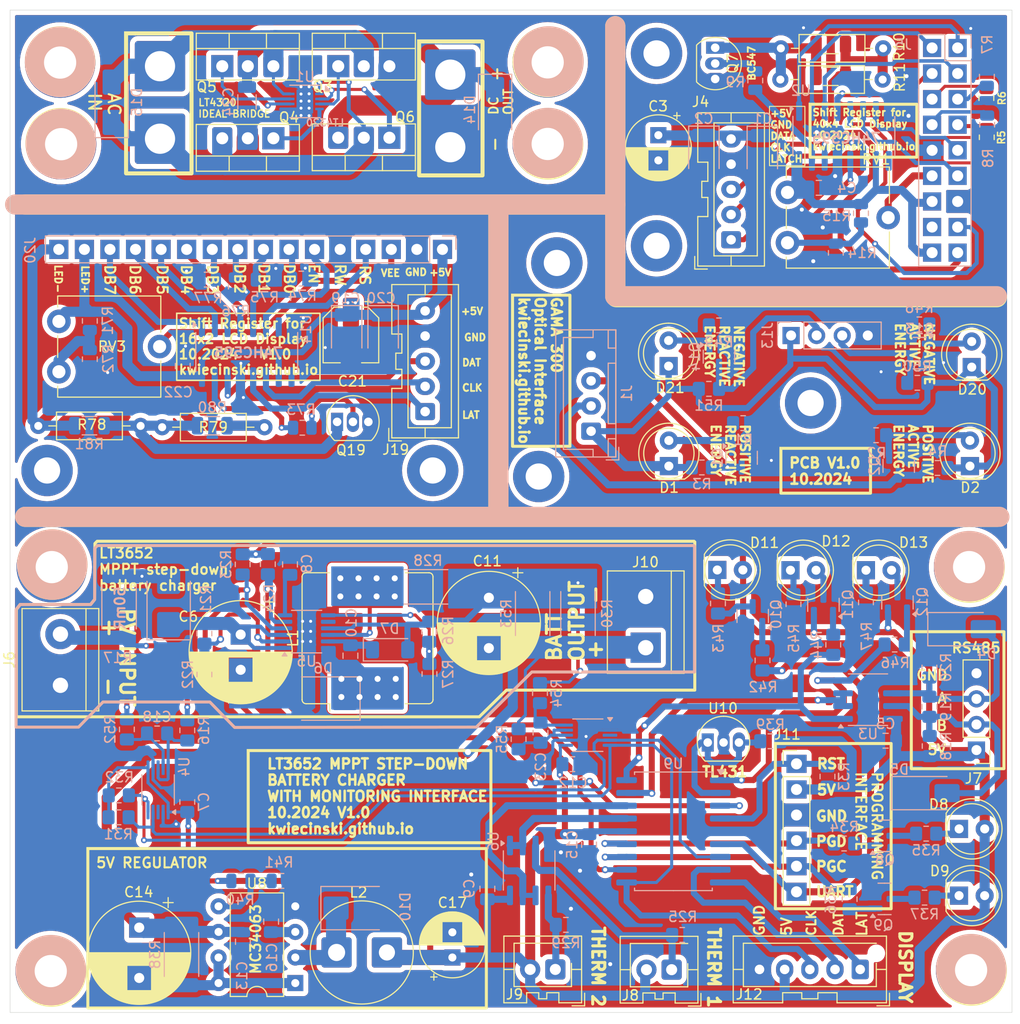
<source format=kicad_pcb>
(kicad_pcb (version 20240108) (generator "pcbnew") (generator_version "8.0")
  (layers (0 "F.Cu" signal) (31 "B.Cu" signal) (34 "B.Paste" user) (35 "F.Paste" user) (36 "B.SilkS" user "B.Silkscreen") (37 "F.SilkS" user "F.Silkscreen") (38 "B.Mask" user) (39 "F.Mask" user) (44 "Edge.Cuts" user))
  (net 0 "")
  (net 1 "GND")
  (net 2 "+5V")
  (net 3 "Net-(D2-A)")
  (net 4 "Net-(D3-K)")
  (net 5 "Net-(J1-Pin_2)")
  (net 6 "Net-(U5-TIMER)")
  (net 7 "Net-(D14-A1)")
  (net 8 "Net-(D7-K)")
  (net 9 "E1")
  (net 10 "Net-(D6-K)")
  (net 11 "E2")
  (net 12 "DB1")
  (net 13 "DB3")
  (net 14 "DB7")
  (net 15 "DB5")
  (net 16 "DB4")
  (net 17 "DB0")
  (net 18 "DB2")
  (net 19 "BATT_CURRENT_HIGH")
  (net 20 "RS")
  (net 21 "DB6")
  (net 22 "Net-(D1-A)")
  (net 23 "/LT3652 MPPT/RS485_A")
  (net 24 "/LT3652 MPPT/RS485_B")
  (net 25 "Net-(D8-K)")
  (net 26 "Net-(Q3-G)")
  (net 27 "Net-(Q4-G)")
  (net 28 "Net-(Q8-C)")
  (net 29 "Net-(Q8-B)")
  (net 30 "BACKLIGHT_DRIVE")
  (net 31 "Net-(D9-K)")
  (net 32 "Net-(D11-K)")
  (net 33 "Net-(D12-A)")
  (net 34 "Net-(D12-K)")
  (net 35 "Net-(D13-K)")
  (net 36 "Net-(D13-A)")
  (net 37 "Net-(J1-Pin_3)")
  (net 38 "Net-(D15-A2)")
  (net 39 "Net-(D15-A1)")
  (net 40 "Net-(J5-Pin_12)")
  (net 41 "Net-(J5-Pin_17)")
  (net 43 "SOLAR_CURRENT_HIGH")
  (net 44 "Net-(J8-Pin_1)")
  (net 45 "Net-(J9-Pin_1)")
  (net 46 "BATT_CURRENT_LOW")
  (net 47 "RST")
  (net 48 "PGD")
  (net 49 "DBG_UART")
  (net 50 "PGC")
  (net 51 "SCL_SCK")
  (net 52 "DATA")
  (net 53 "LATCH")
  (net 54 "Net-(Q5-G)")
  (net 55 "Net-(Q6-G)")
  (net 56 "Net-(Q7-C)")
  (net 57 "Net-(Q7-B)")
  (net 58 "Net-(Q9-B)")
  (net 59 "Net-(Q9-C)")
  (net 60 "Net-(Q10-C)")
  (net 61 "Net-(Q10-B)")
  (net 62 "Net-(Q11-B)")
  (net 63 "Net-(Q12-B)")
  (net 64 "/Shift Register for 40x4 LCD Display/CLK")
  (net 65 "/Shift Register for 40x4 LCD Display/DATA")
  (net 66 "/Shift Register for 40x4 LCD Display/LATCH")
  (net 67 "SOLAR_CURRENT_LOW")
  (net 68 "Net-(U5-V_{IN_REG})")
  (net 69 "CHRG")
  (net 70 "FAULT")
  (net 71 "Net-(U5-V_{FB})")
  (net 72 "Net-(U5-SENSE)")
  (net 73 "SDA")
  (net 74 "VREF_2V5")
  (net 75 "RS232_TX")
  (net 76 "/Shift Register for 16x2 LCD Display/DATA")
  (net 77 "/Shift Register for 16x2 LCD Display/CLK")
  (net 78 "/Shift Register for 16x2 LCD Display/LATCH")
  (net 80 "RS485_OUTPUT_ENABLE")
  (net 81 "RS232_RX")
  (net 84 "TEMP1")
  (net 85 "TEMP2")
  (net 87 "Net-(U8-DC)")
  (net 88 "Net-(U8-TC)")
  (net 89 "Net-(U8-Vfb)")
  (net 90 "Net-(D10-K)")
  (net 91 "Net-(Q19-B)")
  (net 92 "Net-(Q19-C)")
  (net 93 "Net-(D20-A)")
  (net 94 "EN")
  (net 95 "DB7_A")
  (net 96 "DB5_A")
  (net 97 "DB4_A")
  (net 98 "DB6_A")
  (net 99 "RS_A")
  (net 100 "BACKLIGHT_DRIVE_A")
  (net 101 "Net-(J20-Pin_7)")
  (net 102 "Net-(J20-Pin_3)")
  (net 103 "Net-(J20-Pin_10)")
  (net 104 "Net-(J20-Pin_16)")
  (net 105 "Net-(J20-Pin_8)")
  (net 106 "Net-(J20-Pin_9)")
  (net 107 "Net-(R14-Pad1)")
  (net 108 "Net-(R71-Pad1)")
  (net 111 "Net-(D21-A)")
  (net 112 "Net-(J13-Pin_3)")
  (net 113 "Net-(J13-Pin_2)")
  (net 114 "Net-(U4-Vin-)")
  (net 115 "Net-(U4-Vbus)")
  (net 116 "Net-(U7-Vin+)")
  (net 117 "Net-(U7-Vbus)")
  (footprint "Capacitor_THT:CP_Radial_D6.3mm_P2.50mm" (layer "F.Cu") (at 201.382379 58.417619 -90)
    (property "Reference" "C3")
    (property "Value" "470u/6,3V")
  )
  (footprint "Connector_JST:JST_XA_B05B-XASK-1_1x05_P2.50mm_Vertical" (layer "F.Cu") (at 178.22 85.855 90)
    (property "Reference" "J19")
    (property "Value" "LCD_CONN")
  )
  (footprint "Resistor_SMD:R_1206_3216Metric" (layer "F.Cu") (at 218.50525 52.57725 180)
    (property "Reference" "R12" (hide yes))
    (property "Value" "R")
  )
  (footprint "Capacitor_THT:CP_Radial_D10.0mm_P5.00mm" (layer "F.Cu") (at 184.55 104.332323 -90)
    (property "Reference" "C11")
    (property "Value" "470u/16V")
  )
  (footprint "Capacitor_THT:CP_Radial_D10.0mm_P5.00mm" (layer "F.Cu") (at 149.825 137.072323 -90)
    (property "Reference" "C14")
    (property "Value" "670u/35V")
  )
  (footprint "LED_THT:LED_D5.0mm" (layer "F.Cu") (at 231.24375 133.9)
    (property "Reference" "D9")
    (property "Value" "LED")
  )
  (footprint "Connector_Wire:SolderWire-2.5sqmm_1x02_P7.2mm_D2.4mm_OD3.6mm" (layer "F.Cu") (at 180.72 52.41 -90)
    (property "Reference" "J3" (hide yes))
    (property "Value" "DC_OUT")
  )
  (footprint "Resistor_THT:R_Axial_DIN0207_L6.3mm_D2.5mm_P10.16mm_Horizontal" (layer "F.Cu") (at 139.8025 87.275)
    (property "Reference" "R78")
    (property "Value" "R")
  )
  (footprint "Resistor_SMD:R_0805_2012Metric" (layer "F.Cu") (at 233.99525 58.62725 90)
    (property "Reference" "R5")
    (property "Value" "10k")
  )
  (footprint "Capacitor_THT:CP_Radial_D10.0mm_P3.50mm" (layer "F.Cu") (at 159.9 107.985 -90)
    (property "Reference" "C6")
    (property "Value" "470u/40V")
  )
  (footprint "TerminalBlock:TerminalBlock_bornier-2_P5.08mm" (layer "F.Cu") (at 200.125 109.29 90)
    (property "Reference" "J10")
    (property "Value" "BATT")
  )
  (footprint "My-Footprints-connectors:PinHeader_1x06_P2.54mm_Vertical" (layer "F.Cu") (at 215.1 120.82)
    (property "Reference" "J11")
    (property "Value" "ICP")
  )
  (footprint "Package_DIP:DIP-8_W7.62mm" (layer "F.Cu") (at 165.325 142.58 180)
    (property "Reference" "U8")
    (property "Value" "MC34063AP")
  )
  (footprint "Resistor_THT:R_Axial_DIN0207_L6.3mm_D2.5mm_P10.16mm_Horizontal" (layer "F.Cu") (at 223.65525 52.89725 180)
    (property "Reference" "R11")
    (property "Value" "R")
  )
  (footprint "LED_THT:LED_D5.0mm" (layer "F.Cu") (at 222 101.6)
    (property "Reference" "D13")
    (property "Value" "LED")
  )
  (footprint "My-Footprints:TO-220-3_Vertical-little-bigger pads" (layer "F.Cu") (at 174.67 58.67 180)
    (property "Reference" "Q6")
    (property "Value" "IRF540N")
  )
  (footprint "My-Footprints:TO-220-3_Vertical-little-bigger pads" (layer "F.Cu") (at 163.15 58.725 180)
    (property "Reference" "Q4")
    (property "Value" "IRF540N")
  )
  (footprint "Connector_PinHeader_2.54mm:PinHeader_1x04_P2.54mm_Vertical" (layer "F.Cu") (at 232.975 119.45 180)
    (property "Reference" "J7")
    (property "Value" "RS485")
  )
  (footprint "Inductor_THT:L_Radial_D10.0mm_P5.00mm_Fastron_07P" (layer "F.Cu") (at 169.425 139.54)
    (property "Reference" "L2")
    (property "Value" "220uH")
  )
  (footprint "Connector_Wire:SolderWire-2.5sqmm_1x02_P7.2mm_D2.4mm_OD3.6mm" (layer "F.Cu") (at 151.89 58.77 90)
    (property "Reference" "J2" (hide yes))
    (property "Value" "AC_IN")
  )
  (footprint "Potentiometer_THT:Potentiometer_ACP_CA9-V10_Vertical" (layer "F.Cu") (at 141.85 81.9)
    (property "Reference" "RV3")
    (property "Value" "10k")
  )
  (footprint "Connector_JST:JST_XA_B02B-XASK-1-A_1x02_P2.50mm_Vertical" (layer "F.Cu") (at 191.15 141.225 180)
    (property "Reference" "J9")
    (property "Value" "THERMISTOR")
  )
  (footprint "TerminalBlock:TerminalBlock_bornier-2_P5.08mm" (layer "F.Cu") (at 142 113.025 90)
    (property "Reference" "J6")
    (property "Value" "SOLAR_PANEL")
  )
  (footprint "Capacitor_SMD:CP_Elec_5x5.7" (layer "F.Cu") (at 170.85 78.25 -90)
    (property "Reference" "C21")
    (property "Value" "470u/6,3V")
  )
  (footprint "My-Footprints:TO-220-3_Vertical-little-bigger pads" (layer "F.Cu") (at 169.59 51.57)
    (property "Reference" "Q3")
    (property "Value" "IRF540N")
  )
  (footprint "LED_THT:LED_D5.0mm" (layer "F.Cu") (at 231.25 127.275)
    (property "Reference" "D8")
    (property "Value" "LED")
  )
  (footprint "My-Footprints:TO-92_Inline_LITTLE_BIGGER" (layer "F.Cu") (at 207.02525 50.03725 -90)
    (property "Reference" "Q7")
    (property "Value" "BC547")
  )
  (footprint "Potentiometer_THT:Potentiometer_ACP_CA9-V10_Vertical" (layer "F.Cu") (at 214.20525 69.09725)
    (property "Reference" "RV1")
    (property "Value" "10k")
  )
  (footprint "LED_THT:LED_D5.0mm" (layer "F.Cu") (at 207.235 101.575)
    (property "Reference" "D11")
    (property "Value" "LED")
  )
  (footprint "Connector_JST:JST_XA_B02B-XASK-1-A_1x02_P2.50mm_Vertical" (layer "F.Cu") (at 202.7 141.25 180)
    (property "Reference" "J8")
    (property "Value" "THERMISTOR")
  )
  (footprint "Resistor_SMD:R_0805_2012Metric" (layer "F.Cu") (at 233.95525 54.74725 90)
    (property "Reference" "R6")
    (property "Value" "10k")
  )
  (footprint "Connector_JST:JST_XA_B05B-XASK-1-A_1x05_P2.50mm_Vertical" (layer "F.Cu") (at 221.425 141.225 180)
    (property "Reference" "J12")
    (property "Value" "LCD_DISPLAY")
  )
  (footprint "LED_THT:LED_D5.0mm" (layer "F.Cu") (at 214.5 101.6)
    (property "Reference" "D12")
    (property "Value" "LED")
  )
  (footprint "Connector_JST:JST_XA_B05B-XASK-1_1x05_P2.50mm_Vertical" (layer "F.Cu") (at 208.60525 68.79725 90)
    (property "Reference" "J4")
    (property "Value" "LCD_CONN")
  )
  (footprint "Resistor_THT:R_Axial_DIN0207_L6.3mm_D2.5mm_P10.16mm_Horizontal" (layer "F.Cu") (at 162.2625 87.405 180)
    (property "Reference" "R79")
    (property "Value" "R")
  )
  (footprint "My-Footprints:TO-92_Inline_LITTLE_BIGGER" (layer "F.Cu") (at 169.78 86.875)
    (property "Reference" "Q19")
    (property "Value" "BC547")
  )
  (footprint "My-Footprints:TO-220-3_Vertical-little-bigger pads" (layer "F.Cu") (at 158.07 51.57)
    (property "Reference" "Q5")
    (property "Value" "IRF540N")
  )
  (footprint "Resistor_SMD:R_1206_3216Metric" (layer "F.Cu") (at 218.50525 49.42225 180)
    (property "Reference" "R13" (hide yes))
    (property "Value" "R")
  )
  (footprint "My-Footprints:TO-92_Inline_LITTLE_BIGGER" (layer "F.Cu") (at 206.585 118.7)
    (property "Reference" "U10")
    (property "Value" "TL431LP")
  )
  (footprint "LED_THT:LED_D5.0mm" (layer "F.Cu") (at 232.5 81.44 90)
    (property "Reference" "D20")
    (property "Value" "BPV10")
  )
  (footprint "Resistor_THT:R_Axial_DIN0207_L6.3mm_D2.5mm_P10.16mm_Horizontal" (layer "F.Cu") (at 223.70525 49.79725 180)
    (property "Reference" "R10")
    (property "Value" "R")
  )
  (footprint "LED_THT:LED_D5.0mm" (layer "F.Cu") (at 202.425 91.265 90)
    (property "Reference" "D1")
    (property "Value" "BPV10")
  )
  (footprint "Inductor_SMD:L_Bourns_SRR1208_12.7x12.7mm" (layer "F.Cu") (at 172.5 108.35 90)
    (property "Reference" "L1")
    (property "Value" "L")
  )
  (footprint "LED_THT:LED_D5.0mm" (layer "F.Cu") (at 232.325 91.265 90)
    (property "Reference" "D2")
    (property "Value" "BPV10")
  )
  (footprint "Capacitor_THT:CP_Radial_D6.3mm_P2.50mm" (layer "F.Cu") (at 180.925 140.04 90)
    (property "Reference" "C17")
    (property "Value" "560u/6,3V")
  )
  (footprint "LED_THT:LED_D5.0mm" (layer "F.Cu") (at 202.4 81.34 90)
    (property "Reference" "D21")
    (property "Value" "BPV10")
  )
  (footprint "Resistor_SMD:R_0805_2012Metric_Pad1.20x1.40mm_HandSolder" (layer "B.Cu") (at 151.6 117.8 180)
    (property "Reference" "C18")
    (property "Value" "100n")
  )
  (footprint "Resistor_SMD:R_0805_2012Metric_Pad1.20x1.40mm_HandSolder" (layer "B.Cu") (at 227.3 77.2 180)
    (property "Reference" "R48")
    (property "Value" "47k")
  )
  (footprint "Resistor_SMD:R_2512_6332Metric_Pad1.40x3.35mm_HandSolder" (layer "B.Cu") (at 188.9 105.9 -90)
    (property "Reference" "R53")
    (property "Value" "100m")
  )
  (footprint "Resistor_SMD:R_0805_2012Metric_Pad1.20x1.40mm_HandSolder" (layer "B.Cu") (at 147.8 123.95)
    (property "Reference" "R32")
    (property "Value" "10k")
  )
  (footprint "Resistor_SMD:R_0805_2012Metric" (layer "B.Cu") (at 156.52 72.755)
    (property "Reference" "R77")
    (property "Value" "10k")
  )
  (footprint "Diode_SMD:D_SMB" (layer "B.Cu") (at 171.525 135.14)
    (property "Reference" "D10")
    (property "Value" "D_Schottky")
  )
  (footprint "Resistor_SMD:R_0805_2012Metric_Pad1.20x1.40mm_HandSolder" (layer "B.Cu") (at 228.325 119.05 90)
    (property "Reference" "R18")
    (property "Value" "510R")
  )
  (footprint "Package_TO_SOT_SMD:SOT-23" (layer "B.Cu") (at 207.4 80.4 -90)
    (property "Reference" "Q14")
    (property "Value" "BC817")
  )
  (footprint "Resistor_SMD:R_0805_2012Metric_Pad1.20x1.40mm_HandSolder" (layer "B.Cu") (at 156.3 111.95 -90)
    (property "Reference" "R22")
    (property "Value" "510R")
  )
  (footprint "Resistor_SMD:R_0805_2012Metric_Pad1.20x1.40mm_HandSolder" (layer "B.Cu") (at 228.3 111.25 90)
    (property "Reference" "R20")
    (property "Value" "510R")
  )
  (footprint "Resistor_SMD:R_0805_2012Metric_Pad1.20x1.40mm_HandSolder" (layer "B.Cu") (at 154.6 117.5 90)
    (property "Reference" "R16")
    (property "Value" "10R")
  )
  (footprint "Resistor_SMD:R_0805_2012Metric_Pad1.20x1.40mm_HandSolder" (layer "B.Cu") (at 228.3 115.15 90)
    (property "Reference" "R19")
    (property "Value" "120R")
  )
  (footprint "Resistor_SMD:R_0805_2012Metric_Pad1.20x1.40mm_HandSolder" (layer "B.Cu") (at 160.1 101.02 -90)
    (property "Reference" "R23")
    (property "Value" "10k")
  )
  (footprint "Package_TO_SOT_SMD:SOT-23" (layer "B.Cu") (at 223.84375 134.225)
    (property "Reference" "Q9")
    (property "Value" "BC817")
  )
  (footprint "Capacitor_SMD:C_1206_3216Metric" (layer "B.Cu") (at 160.528 55.118 -90)
    (property "Reference" "C24")
    (property "Value" "1u/100v")
  )
  (footprint "Resistor_SMD:R_0805_2012Metric_Pad1.20x1.40mm_HandSolder" (layer "B.Cu") (at 206.4 83.6)
    (property "Reference" "R51")
    (property "Value" "22k")
  )
  (footprint "Resistor_SMD:R_0805_2012Metric" (layer "B.Cu") (at 234.00525 52.60725 -90)
    (property "Reference" "R7")
    (property "Value" "10k")
  )
  (footprint "Diode_SMD:D_MiniMELF" (layer "B.Cu") (at 174.745 109.5)
    (property "Reference" "D7")
    (property "Value" "1N4148")
  )
  (footprint "Connector_PinSocket_2.54mm:PinSocket_1x16_P2.54mm_Vertical" (layer "B.Cu") (at 179.94 69.755 90)
    (property "Reference" "J20")
    (property "Value" "LCD16x2")
  )
  (footprint "Capacitor_Tantalum_SMD:CP_EIA-3528-21_Kemet-B" (layer "B.Cu") (at 205.90525 59.97725 -90)
    (property "Reference" "C2")
    (property "Value" "470u/6,3V")
  )
  (footprint "Package_TO_SOT_SMD:SOT-23" (layer "B.Cu") (at 227.3375 80.05 180)
    (property "Reference" "Q13")
    (property "Value" "BC817")
  )
  (footprint "Resistor_SMD:R_0805_2012Metric_Pad1.20x1.40mm_HandSolder" (layer "B.Cu") (at 211.725 110.55 -90)
    (property "Reference" "R42")
    (property "Value" "10K")
  )
  (footprint "Package_TO_SOT_SMD:SOT-23" (layer "B.Cu") (at 225.25 91.2375 -90)
    (property "Reference" "Q2")
    (property "Value" "BC817")
  )
  (footprint "Resistor_SMD:R_0805_2012Metric_Pad1.20x1.40mm_HandSolder" (layer "B.Cu") (at 178.625 107.7 90)
    (property "Reference" "R26")
    (property "Value" "100k")
  )
  (footprint "Resistor_SMD:R_0805_2012Metric" (layer "B.Cu") (at 234.03525 57.37725 90)
    (property "Reference" "R8")
    (property "Value" "10k")
  )
  (footprint "Resistor_SMD:R_0805_2012Metric" (layer "B.Cu") (at 221.50525 66.16725 90)
    (property "Reference" "R15")
    (property "Value" "10k")
  )
  (footprint "Resistor_SMD:R_0805_2012Metric_Pad1.20x1.40mm_HandSolder" (layer "B.Cu") (at 178.65 111.9 90)
    (property "Reference" "R27")
    (property "Value" "100k")
  )
  (footprint "Diode_SMD:D_SMA" (layer "B.Cu") (at 231.65 107.45)
    (property "Reference" "D4")
    (property "Value" "D_TVS")
  )
  (footprint "Resistor_SMD:R_0805_2012Metric_Pad1.20x1.40mm_HandSolder" (layer "B.Cu") (at 189.625 113.8 90)
    (property "Reference" "R54")
    (property "Value" "10R")
  )
  (footprint "Resistor_SMD:R_0805_2012Metric_Pad1.20x1.40mm_HandSolder" (layer "B.Cu") (at 229.1 91.45 180)
    (property "Reference" "R4")
    (property "Value" "22k")
  )
  (footprint "Capacitor_SMD:C_0805_2012Metric" (layer "B.Cu") (at 217.31525 63.64325)
    (property "Reference" "C4")
    (property "Value" "100n")
  )
  (footprint "Resistor_SMD:R_0805_2012Metric_Pad1.20x1.40mm_HandSolder" (layer "B.Cu") (at 219.825 128.725 180)
    (property "Reference" "R34")
    (property "Value" "10K")
  )
  (footprint "Package_SO:SOIC-8_3.9x4.9mm_P1.27mm" (layer "B.Cu") (at 188.55 131.4 -90)
    (property "Reference" "U6")
    (property "Value" "LM358")
  )
  (footprint "Package_TO_SOT_SMD:SOT-23" (layer "B.Cu") (at 217.775 105.0375 90)
    (property "Reference" "Q11")
    (property "Value" "BC807")
  )
  (footprint "Resistor_SMD:R_0805_2012Metric" (layer "B.Cu") (at 162.32 72.755 180)
    (property "Reference" "R75")
    (property "Value" "10k")
  )
  (footprint "Package_SO:SOIC-16_3.9x9.9mm_P1.27mm" (layer "B.Cu") (at 219.80525 58.49725 -90)
    (property "Reference" "U2")
    (property "Value" "74HC595")
  )
  (footprint "Capacitor_SMD:C_0805_2012Metric_Pad1.18x1.45mm_HandSolder" (layer "B.Cu") (at 164.8 101.02 90)
    (property "Reference" "C8")
    (property "Value" "0R")
  )
  (footprint "Resistor_SMD:R_0805_2012Metric" (layer "B.Cu") (at 144.92 80.655 -90)
    (property "Reference" "R72")
    (property "Value" "39k")
  )
  (footprint "Resistor_SMD:R_0805_2012Metric" (layer "B.Cu") (at 219.00525 70.09725 -90)
    (property "Reference" "R14")
    (property "Value" "39k")
  )
  (footprint "Resistor_SMD:R_0805_2012Metric_Pad1.20x1.40mm_HandSolder" (layer "B.Cu") (at 218.75 109 -90)
    (property "Reference" "R44")
    (property "Value" "10K")
  )
  (footprint "Package_TO_SOT_SMD:SOT-23" (layer "B.Cu") (at 225.125 104.8 90)
    (property "Reference" "Q12")
    (property "Value" "BC807")
  )
  (footprint "Diode_SMD:D_SMB" (layer "B.Cu") (at 168.1 114.335 180)
    (property "Reference" "D6")
    (property "Value" "D_Schottky")
  )
  (footprint "Resistor_SMD:R_0805_2012Metric" (layer "B.Cu") (at 211.00525 52.99725 90)
    (property "Reference" "R9")
    (property "Value" "10k")
  )
  (footprint "Resistor_SMD:R_0805_2012Metric_Pad1.20x1.40mm_HandSolder" (layer "B.Cu") (at 187.5 118.375 -90)
    (property "Reference" "R55")
    (property "Value" "10R")
  )
  (footprint "Capacitor_SMD:C_0805_2012Metric_Pad1.18x1.45mm_HandSolder" (layer "B.Cu") (at 223.95 118.525 180)
    (property "Reference" "C5")
    (property "Value" "100n")
  )
  (footprint "Resistor_SMD:R_0805_2012Metric_Pad1.20x1.40mm_HandSolder" (layer "B.Cu") (at 162.6 101 -90)
    (property "Reference" "R24")
    (property "Value" "10k")
  )
  (footprint "Resistor_SMD:R_0805_2012Metric_Pad1.20x1.40mm_HandSolder" (layer "B.Cu") (at 207.4 77.3)
    (property "Reference" "R49")
    (property "Value" "47k")
  )
  (footprint "Resistor_SMD:R_0805_2012Metric_Pad1.20x1.40mm_HandSolder" (layer "B.Cu") (at 205.7 91.4)
    (property "Reference" "R3")
    (property "Value" "22k")
  )
  (footprint "Resistor_SMD:R_2512_6332Metric_Pad1.40x3.35mm_HandSolder" (layer "B.Cu") (at 178.3 103.25)
    (property "Reference" "R28")
    (property "Value" "50mR")
  )
  (footprint "Resistor_SMD:R_0805_2012Metric_Pad1.20x1.40mm_HandSolder" (layer "B.Cu") (at 227.975 127.75)
    (property "Reference" "R35")
    (property "Value" "220R")
  )
  (footprint "Capacitor_SMD:C_0805_2012Metric_Pad1.18x1.45mm_HandSolder" (layer "B.Cu") (at 170.8 110.085 90)
    (property "Reference" "C10")
    (property "Value" "1u/10V")
  )
  (footprint "Resistor_SMD:R_0805_2012Metric" (layer "B.Cu") (at 144.92 76.855 90)
    (property "Reference" "R71")
    (property "Value" "10k")
  )
  (footprint "Capacitor_SMD:C_0805_2012Metric" (layer "B.Cu") (at 160.125 138.48 -90)
    (property "Reference" "C13")
    (property "Value" "100n")
  )
  (footprint "Package_SO:SOIC-18W_7.5x11.6mm_P1.27mm" (layer "B.Cu") (at 202.875 127.515 180)
    (property "Reference" "U9")
    (property "Value" "PIC16F819-ISO")
  )
  (footprint "Capacitor_SMD:C_0805_2012Metric_Pad1.18x1.45mm_HandSolder" (layer "B.Cu") (at 162.925 136.48 90)
    (property "Reference" "C16")
    (property "Value" "100p")
  )
  (footprint "Resistor_SMD:R_0805_2012Metric_Pad1.20x1.40mm_HandSolder" (layer "B.Cu") (at 212.5 118.575 180)
    (property "Reference" "R39")
    (property "Value" "1k")
  )
  (footprint "Package_TO_SOT_SMD:SOT-23" (layer "B.Cu") (at 210.75 106.1375 90)
    (property "Reference" "Q10")
    (property "Value" "BC817")
  )
  (footprint "Capacitor_Tantalum_SMD:CP_EIA-3528-21_Kemet-B" (layer "B.Cu") (at 211.70525 59.99725 -90)
    (property "Reference" "C1")
    (property "Value" "470u/6,3V")
  )
  (footprint "Resistor_SMD:R_0805_2012Metric" (layer "B.Cu") (at 159.42 73.455 90)
    (property "Reference" "R76")
    (property "Value" "10k")
  )
  (footprint "Resistor_SMD:R_0805_2012Metric_Pad1.20x1.40mm_HandSolder" (layer "B.Cu") (at 148.6 117.4 -90)
    (property "Reference" "R52")
    (property "Value" "10R")
  )
  (footprint "Resistor_SMD:R_2512_6332Metric_Pad1.40x3.35mm_HandSolder" (layer "B.Cu") (at 147.825 105.25 90)
    (property "Reference" "R17")
    (property "Value" "50m")
  )
  (footprint "Package_SO:VSSOP-10_3x3mm_P0.5mm" (layer "B.Cu") (at 151.7 123.4 90)
    (property "Reference" "U4")
    (property "Value" "INA226")
  )
  (footprint "Package_TO_SOT_SMD:SOT-23" (layer "B.Cu") (at 223.825 127.9625)
    (property "Reference" "Q8")
    (property "Value" "BC817")
  )
  (footprint "Connector_PinHeader_2.54mm:PinHeader_1x04_P2.54mm_Vertical" (layer "B.Cu") (at 214.56 78.3 -90)
    (property "Reference" "J13")
    (property "Value" "DIODE_BLINK_METER_OUT")
  )
  (footprint "Resistor_SMD:R_0805_2012Metric_Pad1.20x1.40mm_HandSolder" (layer "B.Cu") (at 227.1 83 180)
    (property "Reference" "R50")
    (property "Value" "22k")
  )
  (footprint "Capacitor_SMD:C_0805_2012Metric" (layer "B.Cu") (at 154.15 81.335 90)
    (property "Reference" "C22")
    (property "Value" "100n")
  )
  (footprint "Resistor_SMD:R_2512_6332Metric_Pad1.40x3.35mm_HandSolder" (layer "B.Cu") (at 193.4 105.9 -90)
    (property "Reference" "R30")
    (property "Value" "50m")
  )
  (footprint "Resistor_SMD:R_0805_2012Metric_Pad1.20x1.40mm_HandSolder" (layer "B.Cu") (at 227.81875 134.1)
    (property "Reference" "R37")
    (property "Value" "220R")
  )
  (footprint "Resistor_SMD:R_0805_2012Metric_Pad1.20x1.40mm_HandSolder" (layer "B.Cu") (at 223 88.2 180)
    (property "Reference" "R2")
    (property "Value" "47k")
  )
  (footprint "Resistor_SMD:R_0805_2012Metric_Pad1.20x1.40mm_HandSolder" (layer "B.Cu") (at 156.3 107.885 -90)
    (property "Reference" "R21")
    (property "Value" "510R")
  )
  (footprint "Resistor_SMD:R_0805_2012Metric_Pad1.20x1.40mm_HandSolder" (layer "B.Cu") (at 147.775 126.125)
    (property "Reference" "R31")
    (property "Value" "10k")
  )
  (footprint "Resistor_SMD:R_0805_2012Metric_Pad1.20x1.40mm_HandSolder" (layer "B.Cu") (at 203.75 137.8)
    (property "Reference" "R25")
    (property "Value" "100K")
  )
  (footprint "Resistor_SMD:R_0805_2012Metric_Pad1.20x1.40mm_HandSolder" (layer "B.Cu") (at 189.675 117.725 -90)
    (property "Reference" "C23")
    (property "Value" "100n")
  )
  (footprint "Resistor_SMD:R_0805_2012Metric_Pad1.20x1.40mm_HandSolder" (layer "B.Cu") (at 220.375 134.25 90)
    (property "Reference" "R36")
    (property "Value" "10K")
  )
  (footprint "Package_SO:SOIC-8_3.9x4.9mm_P1.27mm" (layer "B.Cu") (at 222.2 114.45)
    (property "Reference" "U3")
    (property "Value" "ST485")
  )
  (footprint "Package_DFN_QFN:DFN-8-1EP_3x3mm_P0.5mm_EP1.65x2.38mm" (layer "B.Cu") (at 166.2725 55.07 180)
    (property "Reference" "U1")
    (property "Value" "LT4320xDD-1")
  )
  (footprint "Connector_JST:JST_XH_B4B-XH-A_1x04_P2.50mm_Vertical" (layer "B.Cu") (at 194.7 87.8 90)
    (property "Reference" "J1")
    (property "Value" "DIODE_BLINK_METER")
  )
  (footprint "Package_SO:VSSOP-10_3x3mm_P0.5mm" (layer "B.Cu") (at 194.375 117.975 180)
    (property "Reference" "U7" (hide yes))
    (property "Value" "INA226")
  )
  (footprint "Capacitor_SMD:C_0805_2012Metric_Pad1.18x1.45mm_HandSolder" (layer "B.Cu") (at 184.4 133.225 90)
    (property "Reference" "C9")
    (property "Value" "100n")
  )
  (footprint "Resistor_SMD:R_0805_2012Metric" (layer "B.Cu") (at 166.02 87.455)
    (property "Reference" "R73")
    (property "Value" "10k")
  )
  (footprint "Resistor_SMD:R_0805_2012Metric_Pad1.20x1.40mm_HandSolder" (layer "B.Cu") (at 207.3 104.9 90)
    (property "Reference" "R43")
    (property "Value" "220R")
  )
  (footprint "My-Footprints-connectors:PinHeader_2x09_P2.54mm_Vertical" (layer "B.Cu") (at 231.10525 49.75725 180)
    (property "Reference" "J5")
    (property "Value" "LCD_DISPLAY")
  )
  (footprint "Package_SO:SOIC-16_3.9x9.9mm_P1.27mm" (layer "B.Cu") (at 160.505 79.955 -90)
    (property "Reference" "U14")
    (property "Value" "74HC595")
  )
  (footprint "Capacitor_SMD:C_0805_2012Metric_Pad1.18x1.45mm_HandSolder" (layer "B.Cu") (at 194.5 128.84 -90)
    (property "Reference" "C15")
    (property "Value" "100n")
  )
  (footprint "Diode_SMD:D_SMA" (layer "B.Cu") (at 147.0885 55.15 90)
    (property "Reference" "D15")
    (property "Value" "SMAJ60CA")
  )
  (footprint "Resistor_SMD:R_1206_3216Metric" (layer "B.Cu") (at 157.0825 87.255 180)
    (property "Reference" "R80")
    (property "Value" "R")
  )
  (footprint "Resistor_SMD:R_0805_2012Metric_Pad1.20x1.40mm_HandSolder" (layer "B.Cu") (at 218.175 122.075 90)
    (property "Reference" "R33")
    (property "Value" "10k")
  )
  (footprint "Resistor_SMD:R_2512_6332Metric_Pad1.40x3.35mm_HandSolder" (layer "B.Cu") (at 154.025 139.74 -90)
    (property "Reference" "R38")
    (property "Value" "500m")
  )
  (footprint "Resistor_SMD:R_0805_2012Metric_Pad1.20x1.40mm_HandSolder" (layer "B.Cu") (at 192.85 120.85)
    (property "Reference" "C12")
    (property "Value" "100n")
  )
  (footprint "Resistor_SMD:R_0805_2012Metric_Pad1.20x1.40mm_HandSolder" (layer "B.Cu") (at 222 104.8 90)
    (property "Reference" "R47")
    (property "Value" "220R")
  )
  (footprint "Package_TO_SOT_SMD:SOT-23" (layer "B.Cu") (at 209.65 90.4375 -90)
    (property "Reference" "Q1")
    (property "Value" "BC817")
  )
  (footprint "Capacitor_Tantalum_SMD:CP_EIA-3528-21_Kemet-B" (layer "B.Cu") (at 174.05 77.795 -90)
    (property "Reference" "C20")
    (property "Value" "470u/6,3V")
  )
  (footprint "Diode_SMD:D_SMA" (layer "B.Cu") (at 185.166 55.88 -90)
    (property "Reference" "D14")
    (property "Value" "SMAJ60A")
  )
  (footprint "Resistor_SMD:R_0805_2012Metric_Pad1.20x1.40mm_HandSolder" (layer "B.Cu") (at 214.8 104.975 90)
    (property "Reference" "R45")
    (property "Value" "220R")
  )
  (footprint "Resistor_SMD:R_0805_2012Metric_Pad1.20x1.40mm_HandSolder" (layer "B.Cu") (at 224.85 108.975 180)
    (property "Reference" "R46")
    (property "Value" "10K")
  )
  (footprint "Resistor_SMD:R_0805_2012Metric_Pad1.20x1.40mm_HandSolder" (layer "B.Cu") (at 154.6 124.6 90)
    (property "Reference" "C7")
    (property "Value" "100n")
  )
  (footprint "Package_SO:MSOP-12-1EP_3x4mm_P0.65mm_EP1.65x2.85mm" (layer "B.Cu") (at 166.45 107.695)
    (property "Reference" "U5")
    (property "Value" "LT3652EMSE")
  )
  (footprint "Resistor_SMD:R_0805_2012Metric" (layer "B.Cu") (at 165.92 72.655 180)
    (property "Reference" "R74")
    (property "Value" "10k")
  )
  (footprint "Capacitor_SMD:C_0805_2012Metric" (layer "B.Cu") (at 159.925 132.44)
    (property "Reference" "R40")
    (property "Value" "10k")
  )
  (footprint "Resistor_SMD:R_0805_2012Metric_Pad1.20x1.40mm_HandSolder" (layer "B.Cu") (at 192.2 136.8)
    (property "Reference" "R29")
    (property "Value" "100K")
  )
  (footprint "Resistor_SMD:R_0805_2012Metric_Pad1.20x1.40mm_HandSolder" (layer "B.Cu") (at 209.8 87)
    (property "Reference" "R1")
    (property "Value" "47k")
  )
  (footprint "Capacitor_SMD:C_0805_2012Metric" (layer "B.Cu") (at 163.925 132.44)
    (property "Reference" "R41")
    (property "Value" "3k3")
  )
  (footprint "Resistor_SMD:R_1206_3216Metric" (layer "B.Cu") (at 144.8825 87.255)
    (property "Reference" "R81")
    (property "Value" "R")
  )
  (footprint "Diode_SMD:D_SMA" (layer "B.Cu") (at 228.05 123.725)
    (property "Reference" "D5")
    (property "Value" "D_TVS")
  )
  (footprint "Capacitor_Tantalum_SMD:CP_EIA-3528-21_Kemet-B" (layer "B.Cu") (at 170.43 77.7875 -90)
    (property "Reference" "C19")
    (property "Value" "470u/6,3V")
  )
  (footprint "Diode_SMD:D_SMB" (layer "B.Cu") (at 152.75 104.85 90)
    (property "Reference" "D3" (hide yes))
    (property "Value" "D_Schottky")
  )
  (gr_poly (pts (xy 161.57 58.61) (xy 161.57 60.01) (xy 161.87 60.31) (xy 178.32 60.31) (xy 178.32 62.31) (xy 178.37 62.26) (xy 161.17 62.26) (xy 159.62 60.71) (xy 159.62 59.06) (xy 160.07 58.61)) (stroke (width 0.2)) (fill solid) (layer "F.Cu") (net 1))
  (gr_rect (start 163.35 105.32) (end 169.55 110.07) (stroke (width 0.2)) (fill solid) (layer "F.Cu") (net 1))
  (gr_rect (start 187.275 108.225) (end 201.475 110.275) (stroke (width 0.2)) (fill solid) (layer "B.Cu") (net 46))
  (gr_poly (pts (xy 216.67525 64.62725) (xy 214.69525 64.62725) (xy 214.69525 60.84925) (xy 215.06525 61.06725) (xy 215.55525 61.06725) (xy 215.55525 62.39725) (xy 215.55525 62.57725) (xy 216.75525 63.77725) (xy 216.75525 64.54725)) (stroke (width 0.2)) (fill solid) (layer "B.Cu") (net 2))
  (gr_poly (pts (xy 168 109.335) (xy 169.25 109.335) (xy 169.25 110.235) (xy 169.6 110.585) (xy 171.4 110.585) (xy 172.1 111.285) (xy 172.1 111.335) (xy 175.95 111.335) (xy 176 111.285) (xy 176 115.285) (xy 175.95 115.335) (xy 169 115.335) (xy 169 111.885) (xy 168 110.885)) (stroke (width 0.2)) (fill solid) (layer "B.Cu") (net 10))
  (gr_rect (start 170.2 74.7) (end 171.6 75.95) (stroke (width 0.2)) (fill solid) (layer "B.Cu") (net 2))
  (gr_rect (start 165.75 104.27) (end 167.15 106.27) (stroke (width 0.2)) (fill solid) (layer "B.Cu") (net 1))
  (gr_rect (start 169 101.325) (end 175.975 105.05) (stroke (width 0.2)) (fill solid) (layer "B.Cu"))
  (gr_rect (start 158.85 110.435) (end 167.2 115.22) (stroke (width 0.2)) (fill solid) (layer "B.Cu"))
  (gr_rect (start 165.75 109.07) (end 167.2 115.22) (stroke (width 0.2)) (fill solid) (layer "B.Cu") (net 1))
  (gr_rect (start 180.6 101.55) (end 195.2 105.3) (stroke (width 0.2)) (fill solid) (layer "B.Cu") (net 19))
  (gr_circle (center 141.19 101.04) (end 144.64 101.04) (stroke (width 0.1)) (fill solid) (layer "B.SilkS"))
  (gr_circle (center 142.04 59.29) (end 145.49 59.29) (stroke (width 0.1)) (fill solid) (layer "B.SilkS"))
  (gr_circle (center 190.4 59.2) (end 193.85 59.2) (stroke (width 0.1)) (fill solid) (layer "B.SilkS"))
  (gr_line (start 197.1 74.4) (end 235 74.4) (stroke (width 2)) (layer "B.SilkS"))
  (gr_line (start 185.5 95.8) (end 185.5 65.3) (stroke (width 2)) (layer "B.SilkS"))
  (gr_line (start 138.5 96.3) (end 235.25 96.3) (stroke (width 2)) (layer "B.SilkS"))
  (gr_line (start 197.1 65.3) (end 137.5 65.3) (stroke (width 2)) (layer "B.SilkS"))
  (gr_circle (center 141.05 141.3) (end 144.5 141.3) (stroke (width 0.1)) (fill solid) (layer "B.SilkS"))
  (gr_circle (center 141.96 51.14) (end 145.41 51.14) (stroke (width 0.1)) (fill solid) (layer "B.SilkS"))
  (gr_circle (center 232.45 141.2) (end 235.9 141.2) (stroke (width 0.1)) (fill solid) (layer "B.SilkS"))
  (gr_circle (center 190.47 51.1) (end 193.92 51.1) (stroke (width 0.1)) (fill solid) (layer "B.SilkS"))
  (gr_poly (pts (xy 137.6 117.175) (xy 143.8 117.175) (xy 146.22862 114.67694) (xy 156.839241 114.678054) (xy 159.3 117.203383) (xy 183.3 117.175) (xy 188.818111 111.7) (xy 204.975 111.7) (xy 204.975 99.225) (xy 204.9 99.15) (xy 145.675 99.15) (xy 145.4 99.425) (xy 145.4 104.5) (xy 145 105) (xy 138 105) (xy 137.6 105.5)) (stroke (width 0.3)) (fill none) (layer "B.SilkS"))
  (gr_line (start 197.1 74.4) (end 197.1 47.6) (stroke (width 2)) (layer "B.SilkS"))
  (gr_circle (center 232.25 101.2) (end 235.7 101.2) (stroke (width 0.1)) (fill solid) (layer "B.SilkS"))
  (gr_circle (center 232.49 141.34) (end 235.94 141.34) (stroke (width 0.1)) (fill solid) (layer "F.SilkS"))
  (gr_rect (start 213.55 89.5) (end 222.45 93.95) (stroke (width 0.3)) (fill none) (layer "F.SilkS"))
  (gr_rect (start 216.45 55.35) (end 227.05 60.6) (stroke (width 0.3)) (fill none) (layer "F.SilkS"))
  (gr_rect (start 186.9 74.3) (end 192.6 89.3) (stroke (width 0.3)) (fill none) (layer "F.SilkS"))
  (gr_line (start 197.1 74.4) (end 197.1 47.6) (stroke (width 2)) (layer "F.SilkS"))
  (gr_rect (start 213 118.8) (end 224.5 135.2) (stroke (width 0.3)) (fill none) (layer "F.SilkS"))
  (gr_line (start 185.5 95.8) (end 185.5 65.3) (stroke (width 2)) (layer "F.SilkS"))
  (gr_rect (start 153.55 76.1) (end 167.775 82.75) (stroke (width 0.15)) (fill none) (layer "F.SilkS"))
  (gr_rect (start 144.725 129.225) (end 184.3 145.05) (stroke (width 0.3)) (fill none) (layer "F.SilkS"))
  (gr_line (start 197.2 74.5) (end 235 74.5) (stroke (width 2)) (layer "F.SilkS"))
  (gr_circle (center 190.39 51.14) (end 193.84 51.14) (stroke (width 0.1)) (fill solid) (layer "F.SilkS"))
  (gr_circle (center 141.19 101.04) (end 144.64 101.04) (stroke (width 0.1)) (fill solid) (layer "F.SilkS"))
  (gr_line (start 138.5 96.3) (end 235 96.3) (stroke (width 2)) (layer "F.SilkS"))
  (gr_rect (start 226.5 107.7) (end 235.7 121.3) (stroke (width 0.3)) (fill none) (layer "F.SilkS"))
  (gr_rect (start 177.62 49.11) (end 183.92 62.41) (stroke (width 0.4)) (fill none) (layer "F.SilkS"))
  (gr_circle (center 141.97 51.11) (end 145.42 51.11) (stroke (width 0.1)) (fill solid) (layer "F.SilkS"))
  (gr_rect (start 148.52 48.31) (end 155.02 62.21) (stroke (width 0.4)) (fill none) (layer "F.SilkS"))
  (gr_circle (center 142.02 59.21) (end 145.47 59.21) (stroke (width 0.1)) (fill solid) (layer "F.SilkS"))
  (gr_circle (center 141.09 141.44) (end 144.54 141.44) (stroke (width 0.1)) (fill solid) (layer "F.SilkS"))
  (gr_circle (center 190.44 59.34) (end 193.89 59.34) (stroke (width 0.1)) (fill solid) (layer "F.SilkS"))
  (gr_line (start 197.1 65.3) (end 138.5 65.3) (stroke (width 2)) (layer "F.SilkS"))
  (gr_rect (start 212.41525 55.55725) (end 215.93525 61.44725) (stroke (width 0.1)) (fill none) (layer "F.SilkS"))
  (gr_circle (center 232.29 101.34) (end 235.74 101.34) (stroke (width 0.1)) (fill solid) (layer "F.SilkS"))
  (gr_rect (start 160.65 119.5) (end 184.75 128.65) (stroke (width 0.3)) (fill none) (layer "F.SilkS"))
  (gr_poly (pts (xy 137.625 116.15) (xy 183.6 116.15) (xy 186.3 113.5) (xy 203.4 113.5) (xy 205 113.5) (xy 205 98.8) (xy 204.925 98.725) (xy 145.65 98.725) (xy 145.425 98.95) (xy 145.4 104.5) (xy 145 105) (xy 138 105) (xy 137.625 105.5)) (stroke (width 0.3)) (fill none) (layer "F.SilkS"))
  (gr_rect (start 137 46) (end 236.5 145.5) (stroke (width 0.05)) (fill none) (layer "Edge.Cuts"))
  (gr_text "LT4320" (at 170.26 57.59 0) (layer "B.SilkS") (effects (font (size 0.7 0.7) (thickness 0.14) (bold yes)) (justify left bottom mirror)))
  (gr_text "50mR" (at 148.5 103.1 90) (layer "B.SilkS") (effects (font (size 1 1) (thickness 0.2) (bold yes)) (justify left bottom mirror)))
  (gr_text "74HC595" (at 223.575 59.3 0) (layer "B.SilkS") (effects (font (size 1 1) (thickness 0.2) (bold yes)) (justify left bottom mirror)))
  (gr_text "74HC595" (at 164.2 80.6 0) (layer "B.SilkS") (effects (font (size 1 1) (thickness 0.2) (bold yes)) (justify left bottom mirror)))
  (gr_text "BC547" (at 211.05525 53.09725 90) (layer "F.SilkS") (effects (font (size 0.7 0.7) (thickness 0.175) (bold yes)) (justify left bottom)))
  (gr_text "+" (at 145.7 108.1 0) (layer "F.SilkS") (effects (font (size 1.5 1.5) (thickness 0.3) (bold yes)) (justify left bottom)))
  (gr_text "DB5" (at 151.52 71.155 -90) (layer "F.SilkS") (effects (font (size 1 1) (thickness 0.2) (bold yes)) (justify left bottom)))
  (gr_text "GND" (at 182 78.9 0) (layer "F.SilkS") (effects (font (size 0.7 0.7) (thickness 0.175) (bold yes)) (justify left bottom)))
  (gr_text "EN" (at 166.6 71.075 -90) (layer "F.SilkS") (effects (font (size 1 1) (thickness 0.2) (bold yes)) (justify left bottom)))
  (gr_text "LED-" (at 141.375 71.175 -90) (layer "F.SilkS") (effects (font (size 0.7 0.7) (thickness 0.175) (bold yes)) (justify left bottom)))
  (gr_text "5V" (at 214.7 138 90) (layer "F.SilkS") (effects (font (size 1 1) (thickness 0.2) (bold yes)) (justify left bottom)))
  (gr_text "GND" (at 212 138 90) (layer "F.SilkS") (effects (font (size 1 1) (thickness 0.2) (bold yes)) (justify left bottom)))
  (gr_text "Shift Register for \n40x4 LCD Display\n10.2024\nkwiecinski.github.io" (at 216.6 59.95 0) (layer "F.SilkS") (effects (font (size 0.7 0.7) (thickness 0.175) (bold yes)) (justify left bottom)))
  (gr_text "+" (at 186 53.2 90) (layer "F.SilkS") (effects (font (size 1.2 1.2) (thickness 0.2) (bold yes)) (justify left bottom)))
  (gr_text "DC\nOUT" (at 187 56.5 90) (layer "F.SilkS") (effects (font (size 0.9 0.9) (thickness 0.175) (bold yes)) (justify left bottom)))
  (gr_text "DB2" (at 159.22 71.055 270) (layer "F.SilkS") (effects (font (size 1 1) (thickness 0.2) (bold yes)) (justify left bottom)))
  (gr_text "LT3652 MPPT STEP-DOWN\nBATTERY CHARGER\nWITH MONITORING INTERFACE\n10.2024 V1.0\nkwiecinski.github.io" (at 162.4 127.85 0) (layer "F.SilkS") (effects (font (size 1 1) (thickness 0.25) (bold yes)) (justify left bottom)))
  (gr_text "DAT" (at 219.8 138 90) (layer "F.SilkS") (effects (font (size 0.9 0.9) (thickness 0.2) (bold yes)) (justify left bottom)))
  (gr_text "GND" (at 226.9 112.6 0) (layer "F.SilkS") (effects (font (size 1 1) (thickness 0.2) (bold yes)) (justify left bottom)))
  (gr_text "PCB V1.0\n10.2024" (at 214.25 93.15 0) (layer "F.SilkS") (effects (font (size 1 1) (thickness 0.25) (bold yes)) (justify left bottom)))
  (gr_text "BATT\nOUTPUT" (at 194.1 110.8 90) (layer "F.SilkS") (effects (font (size 1.4 1.4) (thickness 0.3) (bold yes)) (justify left bottom)))
  (gr_text "GND" (at 216.9 126.6 0) (layer "F.SilkS") (effects (font (size 1 1) (thickness 0.25) (bold yes)) (justify left bottom)))
  (gr_text "LED+\n" (at 144.05 71.25 -90) (layer "F.SilkS") (effects (font (size 0.7 0.7) (thickness 0.175) (bold yes)) (justify left bottom)))
  (gr_text "PGD" (at 216.9 129.1 0) (layer "F.SilkS") (effects (font (size 1 1) (thickness 0.25) (bold yes)) (justify left bottom)))
  (gr_text "NEGATIVE\nACTIVE\nENERGY\n" (at 224.85 76.95 270) (layer "F.SilkS") (effects (font (size 0.9 0.9) (thickness 0.225) (bold yes)) (justify left bottom)))
  (gr_text "NEGATIVE\nREACTIVE\nENERGY\n" (at 205.95 77.15 270) (layer "F.SilkS") (effects (font (size 0.9 0.9) (thickness 0.225) (bold yes)) (justify left bottom)))
  (gr_text "+" (at 196.3 108.7 180) (layer "F.SilkS") (effects (font (size 1.5 1.5) (thickness 0.3) (bold yes)) (justify left bottom)))
  (gr_text "5V" (at 228 120 0) (layer "F.SilkS") (effects (font (size 1 1) (thickness 0.2) (bold yes)) (justify left bottom)))
  (gr_text "UART" (at 216.9 134.1 0) (layer "F.SilkS") (effects (font (size 1 1) (thickness 0.25) (bold yes)) (justify left bottom)))
  (gr_text "RW" (at 169.2 71.075 -90) (layer "F.SilkS") (effects (font (size 1 1) (thickness 0.2) (bold yes)) (justify left bottom)))
  (gr_text "-" (at 147.5 114.3 90) (layer "F.SilkS") (effects (font (size 1.5 1.5) (thickness 0.3) (bold yes)) (justify left bottom)))
  (gr_text "LAT" (at 222.178286 138.050286 90) (layer "F.SilkS") (effects (font (size 1 1) (thickness 0.2) (bold yes)) (justify left bottom)))
  (gr_text "5V" (at 217 124 0) (layer "F.SilkS") (effects (font (size 1 1) (thickness 0.25) (bold yes)) (justify left bottom)))
  (gr_text "RST" (at 217 121.4 0) (layer "F.SilkS") (effects (font (size 1 1) (thickness 0.25) (bold yes)) (justify left bottom)))
  (gr_text "-" (at 194.4 102.9 -90) (layer "F.SilkS") (effects (font (size 1.5 1.5) (thickness 0.3) (bold yes)) (justify left bottom)))
  (gr_text "Shift Register for \n16x2 LCD Display\n10.2024   V1.0\nkwiecinski.github.io" (at 153.65 82.25 0) (layer "F.SilkS") (effects (font (size 0.95 0.95) (thickness 0.2) (bold yes)) (justify left bottom)))
  (gr_text "MC34063" (at 161.975 141.8 90) (layer "F.SilkS") (effects (font (size 1 1) (thickness 0.2) (bold yes)) (justify left bottom)))
  (gr_text "DB1" (at 161.62 71.055 270) (layer "F.SilkS") (effects (font (size 1 1) (thickness 0.2) (bold yes)) (justify left bottom)))
  (gr_text "PROGRAMMING\nINTERFACE" (at 220.9 121.5 -90) (layer "F.SilkS") (effects (font (size 1 1) (thickness 0.2) (bold yes)) (justify left bottom)))
  (gr_text "POSITIVE\nACTIVE\nENERGY\n" (at 224.7 87 270) (layer "F.SilkS") (effects (font (size 0.9 0.9) (thickness 0.225) (bold yes)) (justify left bottom)))
  (gr_text "+5V" (at 181.7 76.3 0) (layer "F.SilkS") (effects (font (size 0.7 0.7) (thickness 0.175) (bold yes)) (justify left bottom)))
  (gr_text "+5V\nGND\nDATA\nCLK\nLATCH" (at 212.41525 61.17725 0) (layer "F.SilkS") (effects (font (size 0.7 0.7) (thickness 0.175) (bold yes)) (justify left bottom)))
  (gr_text "DISPLAY" (at 225.2 137.2 270) (layer "F.SilkS") (effects (font (size 1.2 1.2) (thickness 0.3) (bold yes)) (justify left bottom)))
  (gr_text "DB3" (at 156.52 71.155 -90) (layer "F.SilkS") (effects (font (size 1 1) (thickness 0.2) (bold yes)) (justify left bottom)))
  (gr_text "-" (at 185.8 60.2 90) (layer "F.SilkS") (effects (font (size 1.2 1.2) (thickness 0.2) (bold yes)) (justify left bottom)))
  (gr_text "GND\n" (at 176.125 72.425 0) (layer "F.SilkS") (effects (font (size 0.7 0.7) (thickness 0.175) (bold yes)) (justify left bottom)))
  (gr_text "VEE" (at 173.732542 72.509208 0) (layer "F.SilkS") (effects (font (size 0.7 0.7) (thickness 0.175) (bold yes)) (justify left bottom)))
  (gr_text "TL431" (at 205.6 122.2 0) (layer "F.SilkS") (effects (font (size 1 1) (thickness 0.25) (bold yes)) (justify left bottom)))
  (gr_text "RS" (at 171.65 71.2 -90) (layer "F.SilkS") (effects (font (size 1 1) (thickness 0.2) (bold yes)) (justify left bottom)))
  (gr_text "CLK" (at 181.8 83.9 0) (layer "F.SilkS") (effects (font (size 0.7 0.7) (thickness 0.175) (bold yes)) (justify left bottom)))
  (gr_text "B" (at 228.9 117.6 0) (layer "F.SilkS") (effects (font (size 1 1) (thickness 0.2) (bold yes)) (justify left bottom)))
  (gr_text "DB6" (at 148.82 71.155 -90) (layer "F.SilkS") (effects (font (size 1 1) (thickness 0.2) (bold yes)) (justify left bottom)))
  (gr_text "+5V" (at 178.55 72.45 0) (layer "F.SilkS") (effects (font (size 0.7 0.7) (thickness 0.175) (bold yes)) (justify left bottom)))
  (gr_text "AC\nIN" (at 144.7 54.1 270) (layer "F.SilkS") (effects (font (size 1.2 1.2) (thickness 0.2) (bold yes)) (justify left bottom)))
  (gr_text "PGC" (at 216.9 131.6 0) (layer "F.SilkS") (effects (font (size 1 1) (thickness 0.25) (bold yes)) (justify left bottom)))
  (gr_text "LT3652 \nMPPT step-down \nbattery charger " (at 145.725 103.7 0) (layer "F.SilkS") (effects (font (size 1 1) (thickness 0.2) (bold yes)) (justify left bottom)))
  (gr_text "DAT\n" (at 181.8 81.4 0) (layer "F.SilkS") (effects (font (size 0.7 0.7) (thickness 0.175) (bold yes)) (justify left bottom)))
  (gr_text "DB7" (at 146.32 71.155 -90) (layer "F.SilkS") (effects (font (size 1 1) (thickness 0.2) (bold yes)) (justify left bottom)))
  (gr_text "5V REGULATOR" (at 145.45 131.225 0) (layer "F.SilkS") (effects (font (size 1 1) (thickness 0.2) (bold yes)) (justify left bottom)))
  (gr_text "GAMA 300\nOptical Interface\nkwiecinski.github.io" (at 187.45 74.35 270) (layer "F.SilkS") (effects (font (size 1 1) (thickness 0.25) (bold yes)) (justify left bottom)))
  (gr_text "A" (at 229 114.9 0) (layer "F.SilkS") (effects (font (size 1 1) (thickness 0.2) (bold yes)) (justify left bottom)))
  (gr_text "RS485" (at 230.4 109.9 0) (layer "F.SilkS") (effects (font (size 1 1) (thickness 0.2) (bold yes)) (justify left bottom)))
  (gr_text "DB0" (at 164.15 71.075 -90) (layer "F.SilkS") (effects (font (size 1 1) (thickness 0.2) (bold yes)) (justify left bottom)))
  (gr_text "LAT" (at 181.8 86.6 0) (layer "F.SilkS") (effects (font (size 0.7 0.7) (thickness 0.175) (bold yes)) (justify left bottom)))
  (gr_text "LT4320\nIDEAL BRIDGE" (at 155.62 56.71 0) (layer "F.SilkS") (effects (font (size 0.7 0.7) (thickness 0.14) (bold yes)) (justify left bottom)))
  (gr_text "CLK" (at 217.1 138 90) (layer "F.SilkS") (effects (font (size 0.9 0.9) (thickness 0.2) (bold yes)) (justify left bottom)))
  (gr_text "POSITIVE\nREACTIVE\nENERGY\n" (at 206.55 87 270) (layer "F.SilkS") (effects (font (size 0.9 0.9) (thickness 0.225) (bold yes)) (justify left bottom)))
  (gr_text "THERM 1" (at 206.2 136.9 270) (layer "F.SilkS") (effects (font (size 1.2 1.2) (thickness 0.3) (bold yes)) (justify left bottom)))
  (gr_text "THERM 2" (at 194.7 136.8 270) (layer "F.SilkS") (effects (font (size 1.2 1.2) (thickness 0.3) (bold yes)) (justify left bottom)))
  (gr_text "PV INPUT" (at 147.8 105.2 270) (layer "F.SilkS") (effects (font (size 1.4 1.4) (thickness 0.3) (bold yes)) (justify left bottom)))
  (gr_text "DB4" (at 153.92 71.155 -90) (layer "F.SilkS") (effects (font (size 1 1) (thickness 0.2) (bold yes)) (justify left bottom)))
  (via (at 191.3 71.1) (size 5.1) (drill 2.6) (layers "F.Cu" "B.Cu") (net 0))
  (via (at 178.975 91.7) (size 5.1) (drill 2.6) (layers "F.Cu" "B.Cu") (net 0))
  (via (at 141.04 141.39) (size 7) (drill 3.2) (layers "F.Cu" "B.Cu") (net 0))
  (via (at 190.39 59.29) (size 7) (drill 3.2) (layers "F.Cu" "B.Cu") (net 0))
  (via (at 201.2 50.3) (size 5.1) (drill 2.6) (layers "F.Cu" "B.Cu") (net 0))
  (via (at 141.14 101.29) (size 7) (drill 3.2) (layers "F.Cu" "B.Cu") (net 0))
  (via (at 216.5 85) (size 5.1) (drill 2.6) (layers "F.Cu" "B.Cu") (net 0))
  (via (at 190.39 51.19) (size 7) (drill 3.2) (layers "F.Cu" "B.Cu") (net 0))
  (via (at 232.24 101.29) (size 7) (drill 3.2) (layers "F.Cu" "B.Cu") (net 0))
  (via (at 142.07 59.31) (size 7) (drill 3.2) (layers "F.Cu" "B.Cu") (net 0))
  (via (at 140.675 91.7) (size 5.1) (drill 2.6) (layers "F.Cu" "B.Cu") (net 0))
  (via (at 141.97 51.21) (size 7) (drill 3.2) (layers "F.Cu" "B.Cu") (net 0))
  (via (at 201.2 69.4) (size 5.1) (drill 2.6) (layers "F.Cu" "B.Cu") (net 0))
  (via (at 232.44 141.29) (size 7) (drill 3.2) (layers "F.Cu" "B.Cu") (net 0))
  (via (at 189.5 92.3) (size 5.1) (drill 2.6) (layers "F.Cu" "B.Cu") (net 0))
  (segment (start 160.61 60.4) (end 161.52 61.31) (width 2.2) (layer "F.Cu") (net 1))
  (segment (start 180.72 60.21) (end 180.73 60.22) (width 2.2) (layer "F.Cu") (net 1))
  (segment (start 228.92525 59.91725) (end 228.92525 59.57475) (width 0.3) (layer "F.Cu") (net 1))
  (segment (start 232.86275 58.64725) (end 232.87 58.64) (width 0.3) (layer "F.Cu") (net 1))
  (segment (start 228.92525 59.57475) (end 229.85275 58.64725) (width 0.3) (layer "F.Cu") (net 1))
  (segment (start 228.56525 59.91725) (end 229.81525 61.16725) (width 0.3) (layer "F.Cu") (net 1))
  (segment (start 179.02 61.31) (end 180.72 59.61) (width 2.2) (layer "F.Cu") (net 1))
  (segment (start 233.03275 61.16725) (end 233.99525 60.20475) (width 0.3) (layer "F.Cu") (net 1))
  (segment (start 233.99525 60.20475) (end 233.99525 59.53975) (width 0.3) (layer "F.Cu") (net 1))
  (segment (start 229.81525 61.16725) (end 233.03275 61.16725) (width 0.3) (layer "F.Cu") (net 1))
  (segment (start 161.52 61.31) (end 179.02 61.31) (width 2.2) (layer "F.Cu") (net 1))
  (segment (start 228.56525 59.91725) (end 228.92525 59.91725) (width 0.4) (layer "F.Cu") (net 1))
  (segment (start 229.85275 58.64725) (end 232.86275 58.64725) (width 0.3) (layer "F.Cu") (net 1))
  (segment (start 160.61 58.725) (end 160.61 60.4) (width 2.2) (layer "F.Cu") (net 1))
  (segment (start 180.72 59.61) (end 180.72 60.21) (width 2.2) (layer "F.Cu") (net 1))
  (via (at 228 89.5) (size 0.6) (drill 0.3) (layers "F.Cu" "B.Cu") (net 1))
  (via (at 154.42 79.355) (size 0.6) (drill 0.3) (layers "F.Cu" "B.Cu") (net 1))
  (via (at 226.22525 56.49725) (size 0.7) (drill 0.4) (layers "F.Cu" "B.Cu") (net 1))
  (via (at 193.6 131.425) (size 0.8) (drill 0.4) (layers "F.Cu" "B.Cu") (net 1))
  (via (at 154.52 71.905) (size 0.6) (drill 0.3) (layers "F.Cu" "B.Cu") (net 1))
  (via (at 165.895 56.46) (size 0.6) (drill 0.3) (layers "F.Cu" "B.Cu") (net 1))
  (via (at 168.3 79.5) (size 0.6) (drill 0.3) (layers "F.Cu" "B.Cu") (net 1))
  (via (at 166.695 56.485) (size 0.6) (drill 0.3) (layers "F.Cu" "B.Cu") (net 1))
  (via (at 153.5 126.8) (size 0.6) (drill 0.3) (layers "F.Cu" "B.Cu") (net 1))
  (via (at 166.05 107.67) (size 0.6) (drill 0.3) (layers "F.Cu" "B.Cu") (net 1))
  (via (at 166.05 106.67) (size 0.6) (drill 0.3) (layers "F.Cu" "B.Cu") (net 1))
  (via (at 166.695 53.61) (size 0.6) (drill 0.3) (layers "F.Cu" "B.Cu") (net 1))
  (via (at 190.1 121) (size 0.6) (drill 0.3) (layers "F.Cu" "B.Cu") (net 1))
  (via (at 229.7 81) (size 0.6) (drill 0.3) (layers "F.Cu" "B.Cu") (net 1))
  (via (at 166.85 108.67) (size 0.6) (drill 0.3) (layers "F.Cu" "B.Cu") (net 1))
  (via (at 226.02525 52.55725) (size 0.7) (drill 0.4) (layers "F.Cu" "B.Cu") (net 1))
  (via (at 232.40525 47.82725) (size 0.6) (drill 0.3) (layers "F.Cu" "B.Cu") (net 1))
  (via (at 209.4 79.4) (size 0.6) (drill 0.3) (layers "F.Cu" "B.Cu") (net 1))
  (via (at 217.70525 67.57725) (size 0.7) (drill 0.4) (layers "F.Cu" "B.Cu") (net 1))
  (via (at 215.62525 65.80725) (size 0.7) (drill 0.4) (layers "F.Cu" "B.Cu") (net 1))
  (via (at 166.695 54.31) (size 0.6) (drill 0.3) (layers "F.Cu" "B.Cu") (net 1))
  (via (at 215.79525 47.75725) (size 0.6) (drill 0.3) (layers "F.Cu" "B.Cu") (net 1))
  (via (at 166.695 55.035) (size 0.6) (drill 0.3) (layers "F.Cu" "B.Cu") (net 1))
  (via (at 165.895 54.335) (size 0.6) (drill 0.3) (layers "F.Cu" "B.Cu") (net 1))
  (via (at 216.76525 70.92725) (size 0.7) (drill 0.4) (layers "F.Cu" "B.Cu") (net 1))
  (via (at 166.05 108.67) (size 0.6) (drill 0.3) (layers "F.Cu" "B.Cu") (net 1))
  (via (at 160.17 84.455) (size 0.6) (drill 0.3) (layers "F.Cu" "B.Cu") (net 1))
  (via (at 212.6 90.7) (size 0.6) (drill 0.3) (layers "F.Cu" "B.Cu") (net 1))
  (via (at 166.85 106.67) (size 0.6) (drill 0.3) (layers "F.Cu" "B.Cu") (net 1))
  (via (at 165.895 55.735) (size 0.6) (drill 0.3) (layers "F.Cu" "B.Cu") (net 1))
  (via (at 182.8 131.8) (size 0.8) (drill 0.4) (layers "F.Cu" "B.Cu") (net 1))
  (via (at 163.39 71.645) (size 0.6) (drill 0.3) (layers "F.Cu" "B.Cu") (net 1))
  (via (at 146.695 81.98) (size 0.6) (drill 0.3) (layers "F.Cu" "B.Cu") (net 1))
  (via (at 196.6 140.7) (size 0.8) (drill 0.4) (layers "F.Cu" "B.Cu") (net 1))
  (via (at 192.7 135.2) (size 0.8) (drill 0.4) (layers "F.Cu" "B.Cu") (net 1))
  (via (at 160.46 73.985) (size 0.6) (drill 0.3) (layers "F.Cu" "B.Cu") (net 1))
  (via (at 166.32 71.615) (size 0.6) (drill 0.3) (layers "F.Cu" "B.Cu") (net 1))
  (via (at 165.895 53.61) (size 0.6) (drill 0.3) (layers "F.Cu" "B.Cu") (net 1))
  (via (at 166.12 76.555) (size 0.6) (drill 0.3) (layers "F.Cu" "B.Cu") (net 1))
  (via (at 218.93525 62.47725) (size 0.7) (drill 0.4) (layers "F.Cu" "B.Cu") (net 1))
  (via (at 217.11525 58.11725) (size 0.7) (drill 0.4) (layers "F.Cu" "B.Cu") (net 1))
  (via (at 159.92 81.055) (size 0.6) (drill 0.3) (layers "F.Cu" "B.Cu") (net 1))
  (via (at 165.895 55.035) (size 0.6) (drill 0.3) (layers "F.Cu" "B.Cu") (net 1))
  (via (at 194.2 118.1) (size 0.6) (drill 0.3) (layers "F.Cu" "B.Cu") (net 1))
  (via (at 223.5 81.9) (size 0.6) (drill 0.3) (layers "F.Cu" "B.Cu") (net 1))
  (via (at 166.85 107.67) (size 0.6) (drill 0.3) (layers "F.Cu" "B.Cu") (net 1))
  (via (at 191.7 129.6) (size 0.8) (drill 0.4) (layers "F.Cu" "B.Cu") (net 1))
  (via (at 166.695 55.735) (size 0.6) (drill 0.3) (layers "F.Cu" "B.Cu") (net 1))
  (segment (start 191.05 118.475) (end 190.9 118.625) (width 0.3) (layer "B.Cu") (net 1))
  (segment (start 166.3825 54.96) (end 166.62 54.96) (width 0.3) (layer "B.Cu") (net 1))
  (segment (start 174.67 51.57) (end 174.67 53.36) (width 2.2) (layer "B.Cu") (net 1))
  (segment (start 165.82 55.5225) (end 165.82 55.5225) (width 0.3) (layer "B.Cu") (net 1))
  (segment (start 165.82 54.96) (end 166.3825 54.96) (width 0.3) (layer "B.Cu") (net 1))
  (segment (start 151.2 121.2) (end 151.2 120.3) (width 0.3) (layer "B.Cu") (net 1))
  (segment (start 180.73 59.42) (end 180.73 60.22) (width 2.2) (layer "B.Cu") (net 1))
  (segment (start 173.675 135.14) (end 178.525 135.14) (width 2) (layer "B.Cu") (net 1))
  (segment (start 152.2 126.8) (end 152.4 127) (width 0.3) (layer "B.Cu") (net 1))
  (segment (start 165.325 133.44) (end 167.125 131.64) (width 2) (layer "B.Cu") (net 1))
  (segment (start 165.325 134.96) (end 165.325 133.44) (width 2) (layer "B.Cu") (net 1))
  (segment (start 152.2 125.6) (end 152.2 126.8) (width 0.3) (layer "B.Cu") (net 1))
  (segment (start 179.832 117.856) (end 184.55 113.138) (width 2) (layer "B.Cu") (net 1))
  (segment (start 190.9 118.625) (end 190.9 119.55) (width 0.3) (layer "B.Cu") (net 1))
  (segment (start 167.125 131.64) (end 172.425 131.64) (width 2) (layer "B.Cu") (net 1))
  (segment (start 164.875 130.49) (end 164.585 130.2) (width 2) (layer "B.Cu") (net 1))
  (segment (start 146.225 140.44) (end 147.857323 142.072323) (width 2) (layer "B.Cu") (net 1))
  (segment (start 192.175 118.475) (end 193.55 118.475) (width 0.3) (layer "B.Cu") (net 1))
  (segment (start 165.95 115.912) (end 167.894 117.856) (width 2) (layer "B.Cu") (net 1))
  (segment (start 142 113.025) (end 142.375 113.4) (width 2) (layer "B.Cu") (net 1))
  (segment (start 165.6825 55.66) (end 165.82 55.66) (width 0.3) (layer "B.Cu") (net 1))
  (segment (start 166.62 54.96) (end 166.2725 55.07) (width 0.3) (layer "B.Cu") (net 1))
  (segment (start 184.118323 109.764) (end 184.55 109.332323) (width 0.4) (layer "B.Cu") (net 1))
  (segment (start 174.67 53.36) (end 180.73 59.42) (width 2.2) (layer "B.Cu") (net 1))
  (segment (start 164.875 132.44) (end 164.875 130.49) (width 2) (layer "B.Cu") (net 1))
  (segment (start 164.585 130.2) (end 148.965 130.2) (width 2) (layer "B.Cu") (net 1))
  (segment (start 142.375 113.4) (end 161.65 113.4) (width 2) (layer "B.Cu") (net 1))
  (segment (start 185.166 57.88) (end 182.45 57.88) (width 1.5) (layer "B.Cu") (net 1))
  (segment (start 165.82 55.66) (end 165.82 55.5225) (width 0.3) (layer "B.Cu") (net 1))
  (segment (start 173.675 132.89) (end 173.675 135.14) (width 2) (layer "B.Cu") (net 1))
  (segment (start 151.2 122.4) (end 152 123.2) (width 0.3) (layer "B.Cu") (net 1))
  (segment (start 182.45 57.88) (end 180.72 59.61) (width 1.5) (layer "B.Cu") (net 1))
  (segment (start 152.4 127) (end 153.3 127) (width 0.3) (layer "B.Cu") (net 1))
  (segment (start 167.894 117.856) (end 179.832 117.856) (width 2) (layer "B.Cu") (net 1))
  (segment (start 196.575 117.475) (end 195.325 117.475) (width 0.3) (layer "B.Cu") (net 1))
  (segment (start 165.95 114.335) (end 165.95 115.912) (width 2) (layer "B.Cu") (net 1))
  (segment (start 151.2 120.3) (end 150.6 119.7) (width 0.3) (layer "B.Cu") (net 1))
  (segment (start 184.55 113.138) (end 184.55 109.332323) (width 2) (layer "B.Cu") (net 1))
  (segment (start 146.225 132.94) (end 146.225 140.44) (width 2) (layer "B.Cu") (net 1))
  (segment (start 164.8225 55.82) (end 163.8825 55.82) (width 0.3) (layer "B.Cu") (net 1))
  (segment (start 152 123.2) (end 153.1 123.2) (width 0.3) (layer "B.Cu") (net 1))
  (segment (start 190.9 119.55) (end 190.3 120.15) (width 0.3) (layer "B.Cu") (net 1))
  (segment (start 147.857323 142.072323) (end 149.825 142.072323) (width 2) (layer "B.Cu") (net 1))
  (segment (start 165.5225 55.82) (end 165.6825 55.66) (width 0.3) (layer "B.Cu") (net 1))
  (segment (start 148.965 130.2) (end 146.225 132.94) (width 2) (layer "B.Cu") (net 1))
  (segment (start 165.82 55.5225) (end 165.82 54.96) (width 0.3) (layer "B.Cu") (net 1))
  (segment (start 151.2 121.2) (end 151.2 122.4) (width 0.3) (layer "B.Cu") (net 1))
  (segment (start 196.575 117.475) (end 197.825 117.475) (width 0.3) (layer "B.Cu") (net 1))
  (segment (start 192.175 118.475) (end 191.05 118.475) (width 0.3) (layer "B.Cu") (net 1))
  (segment (start 172.425 131.64) (end 173.675 132.89) (width 2) (layer "B.Cu") (net 1))
  (segment (start 190.3 120.15) (end 190.1 120.15) (width 0.3) (layer "B.Cu") (net 1))
  (segment (start 153.3 127) (end 153.5 126.8) (width 0.3) (layer "B.Cu") (net 1))
  (segment (start 163.8725 55.83) (end 163.8825 55.82) (width 0.3) (layer "B.Cu") (net 1))
  (segment (start 178.525 135.14) (end 180.925 137.54) (width 2) (layer "B.Cu") (net 1))
  (segment (start 164.8225 55.82) (end 165.5225 55.82) (width 0.3) (layer "B.Cu") (net 1))
  (segment (start 162.4 99) (end 161.4 100) (width 0.6) (layer "F.Cu") (net 2))
  (segment (start 209.775 99.875) (end 208.9 99) (width 0.6) (layer "F.Cu") (net 2))
  (segment (start 176.825 132.44) (end 178.725 134.34) (width 0.6) (layer "F.Cu") (net 2))
  (segment (start 191.6 121.9) (end 192.1 122.4) (width 0.6) (layer "F.Cu") (net 2))
  (segment (start 157.625 132.44) (end 176.825 132.44) (width 0.6) (layer "F.Cu") (net 2))
  (segment (start 154.7 131.3) (end 154.7 127) (width 0.5) (layer "F.Cu") (net 2))
  (segment (start 209.775 101.575) (end 209.775 99.875) (width 0.6) (layer "F.Cu") (net 2))
  (segment (start 174.925 140.04) (end 174.425 139.54) (width 0.6) (layer "F.Cu") (net 2))
  (segment (start 233.79 120.265) (end 232.975 119.45) (width 1) (layer "F.Cu") (net 2))
  (segment (start 208.9 99) (end 162.4 99) (width 0.6) (layer "F.Cu") (net 2))
  (segment (start 216.85 107.75) (end 223.775 107.75) (width 0.6) (layer "F.Cu") (net 2))
  (segment (start 188.65 129.05) (end 188.65 141.225) (width 1) (layer "F.Cu") (net 2))
  (segment (start 233.79 127.275) (end 233.79 120.265) (width 1) (layer "F.Cu") (net 2))
  (segment (start 178.725 140.04) (end 180.925 140.04) (width 0.6) (layer "F.Cu") (net 2))
  (segment (start 193 127.8) (end 189.9 127.8) (width 1) (layer "F.Cu") (net 2))
  (segment (start 189.9 127.8) (end 188.65 129.05) (width 1) (layer "F.Cu") (net 2))
  (segment (start 224.175 107.75) (end 224.175 107.35) (width 0.6) (layer "F.Cu") (net 2))
  (segment (start 216.85 107.75) (end 211.25 107.75) (width 0.6) (layer "F.Cu") (net 2))
  (segment (start 193.0025 127.8025) (end 193 127.8) (width 1) (layer "F.Cu") (net 2))
  (segment (start 155.84 132.44) (end 154.7 131.3) (width 0.5) (layer "F.Cu") (net 2))
  (segment (start 223.775 107.75) (end 224.8 107.75) (width 0.6) (layer "F.Cu") (net 2))
  (segment (start 224.8 107.75) (end 228.275 111.225) (width 0.6) (layer "F.Cu") (net 2))
  (segment (start 228.275 111.225) (end 228.275 117.8) (width 0.6) (layer "F.Cu") (net 2))
  (segment (start 180.925 140.04) (end 174.925 140.04) (width 1.5) (layer "F.Cu") (net 2))
  (segment (start 209.8 106.3) (end 209.8 101.4) (width 0.6) (layer "F.Cu") (net 2))
  (segment (start 192.1 122.4) (end 192.1 127.8) (width 0.6) (layer "F.Cu") (net 2))
  (segment (start 228.275 117.8) (end 229.925 119.45) (width 0.6) (layer "F.Cu") (net 2))
  (segment (start 178.725 134.34) (end 178.725 140.04) (width 0.6) (layer "F.Cu") (net 2))
  (segment (start 224.175 107.35) (end 224.2 107.325) (width 0.6) (layer "F.Cu") (net 2))
  (segment (start 229.925 119.45) (end 232.975 119.45) (width 0.6) (layer "F.Cu") (net 2))
  (segment (start 211.25 107.75) (end 209.8 106.3) (width 0.6) (layer "F.Cu") (net 2))
  (segment (start 157.625 132.44) (end 155.84 132.44) (width 0.5) (layer "F.Cu") (net 2))
  (via (at 171.3 75.05) (size 0.6) (drill 0.3) (layers "F.Cu" "B.Cu") (net 2))
  (via (at 161.4 100) (size 0.8) (drill 0.4) (layers "F.Cu" "B.Cu") (net 2))
  (via (at 216.85 107.75) (size 0.7) (drill 0.4) (layers "F.Cu" "B.Cu") (net 2))
  (via (at 224.2 107.325) (size 0.7) (drill 0.4) (layers "F.Cu" "B.Cu") (net 2))
  (via (at 157.625 132.44) (size 0.6) (drill 0.3) (layers "F.Cu" "B.Cu") (net 2))
  (via (at 170.55 75.05) (size 0.6) (drill 0.3) (layers "F.Cu" "B.Cu") (net 2))
  (via (at 191.6 121.9) (size 0.6) (drill 0.3) (layers "F.Cu" "B.Cu") (net 2))
  (via (at 193.0025 127.8025) (size 0.8) (drill 0.4) (layers "F.Cu" "B.Cu") (net 2))
  (via (at 154.7 127) (size 0.6) (drill 0.3) (layers "F.Cu" "B.Cu") (net 2))
  (via (at 192.1 127.8) (size 0.8) (drill 0.4) (layers "F.Cu" "B.Cu") (net 2))
  (segment (start 170.43 76.25) (end 170.43 76.27) (width 0.6) (layer "B.Cu") (net 2))
  (segment (start 214.85025 63.45225) (end 214.20525 64.09725) (width 0.6) (layer "B.Cu") (net 2))
  (segment (start 146.8 126.1) (end 146.775 126.125) (width 0.3) (layer "B.Cu") (net 2))
  (segment (start 180.925 140.04) (end 174.925 140.04) (width 1.5) (layer "B.Cu") (net 2))
  (segment (start 160.12 100) (end 160.1 100.02) (width 0.7) (layer "B.Cu") (net 2))
  (segment (start 202.4 84.3) (end 202.4 81.34) (width 0.6) (layer "B.Cu") (net 2))
  (segment (start 184.4 134.2625) (end 184.4 139.98) (width 0.7) (layer "B.Cu") (net 2))
  (segment (start 184.4 134.2625) (end 186.2575 134.2625) (width 0.7) (layer "B.Cu") (net 2))
  (segment (start 198.9 87.8) (end 202.4 84.3) (width 0.6) (layer "B.Cu") (net 2))
  (segment (start 227.23525 70.07725) (end 226.59 69.432) (width 0.8) (layer "B.Cu") (net 2))
  (segment (start 213.925 143.8) (end 225.95 143.8) (width 1) (layer "B.Cu") (net 2))
  (segment (start 214.89825 60.97225) (end 214.89825 60.46425) (width 0.8) (layer "B.Cu") (net 2))
  (segment (start 228.56525 70.07725) (end 227.23525 70.07725) (width 0.8) (layer "B.Cu") (net 2))
  (segment (start 152.7 124.7) (end 152.7 125.6) (width 0.3) (layer "B.Cu") (net 2))
  (segment (start 144.92 75.9425) (end 146.9675 75.9425) (width 1) (layer "B.Cu") (net 2))
  (segment (start 216.825 105.975) (end 216.825 107.725) (width 0.6) (layer "B.Cu") (net 2))
  (segment (start 192.1025 127.8025) (end 192.1 127.8) (width 1) (layer "B.Cu") (net 2))
  (segment (start 228.325 120.05) (end 225.225 120.05) (width 1) (layer "B.Cu") (net 2))
  (segment (start 177.825 76.25) (end 178.22 75.855) (width 1) (layer "B.Cu") (net 2))
  (segment (start 191.65 119) (end 191.65 120.75) (width 0.3) (layer "B.Cu") (net 2))
  (segment (start 201.40451 58.43975) (end 201.382379 58.417619) (width 1) (layer "B.Cu") (net 2))
  (segment (start 228.1 83) (end 230.94 83) (width 0.6) (layer "B.Cu") (net 2))
  (segment (start 165.98 79.955) (end 162.82 79.955) (width 0.6) (layer "B.Cu") (net 2))
  (segment (start 227.325 142.425) (end 227.325 139.275) (width 1) (layer "B.Cu") (net 2))
  (segment (start 189.625 143.825) (end 200.075 143.825) (width 1) (layer "B.Cu") (net 2))
  (segment (start 212.89375 58.45975) (end 211.70525 58.45975) (width 0.8) (layer "B.Cu") (net 2))
  (segment (start 148.65 77.625) (end 148.65 81.205) (width 1) (layer "B.Cu") (net 2))
  (segment (start 144.38 69.755) (end 144.38 75.4025) (width 1) (layer "B.Cu") (net 2))
  (segment (start 205.4 83.6) (end 202.4 83.6) (width 0.6) (layer "B.Cu") (net 2))
  (segment (start 221.50525 65.25475) (end 216.89475 65.25475) (width 0.8) (layer "B.Cu") (net 2))
  (segment (start 202.425 91.265) (end 198.165 91.265) (width 1) (layer "B.Cu") (net 2))
  (segment (start 179.94 74.135) (end 179.94 69.755) (width 1) (layer "B.Cu") (net 2))
  (segment (start 150.7 122.7) (end 152.7 124.7) (width 0.3) (layer "B.Cu") (net 2))
  (segment (start 233.78375 133.9) (end 233.78375 127.28125) (width 1) (layer "B.Cu") (net 2))
  (segment (start 213.925 143.8) (end 213.925 141.225) (width 1) (layer "B.Cu") (net 2))
  (segment (start 205.4 85) (end 205.9 85.5) (width 0.6) (layer "B.Cu") (net 2))
  (segment (start 218.175 123.1) (end 220.575 123.1) (width 1) (layer "B.Cu") (net 2))
  (segment (start 166.72 77.745) (end 166.72 79.215) (width 0.6) (layer "B.Cu") (net 2))
  (segment (start 184.4 139.98) (end 184.34 140.04) (width 0.7) (layer "B.Cu") (net 2))
  (segment (start 156.82 79.955) (end 156.06 80.715) (width 0.6) (layer "B.Cu") (net 2))
  (segment (start 226.59 64.88725) (end 225.55 63.84725) (width 0.8) (layer "B.Cu") (net 2))
  (segment (start 174.925 140.04) (end 174.425 139.54) (width 0.6) (layer "B.Cu") (net 2))
  (segment (start 205.9 85.5) (end 210.2 85.5) (width 0.6) (layer "B.Cu") (net 2))
  (segment (start 216.89475 65.25475) (end 216.36525 64.72525) (width 0.8) (layer "B.Cu") (net 2))
  (segment (start 215.36025 60.97225) (end 215.36025 63.45225) (width 0.6) (layer "B.Cu") (net 2))
  (segment (start 233.78375 127.28125) (end 233.79 127.275) (width 0.6) (layer "B.Cu") (net 2))
  (segment (start 144.92 75.9425) (end 142.5075 75.9425) (width 1) (layer "B.Cu") (net 2))
  (segment (start 152.7 125.6) (end 154.6 125.6) (width 0.3) (layer "B.Cu") (net 2))
  (segment (start 232.14 91.45) (end 232.325 91.265) (width 0.7) (layer "B.Cu") (net 2))
  (segment (start 202.4 83.6) (end 202.4 81.34) (width 0.6) (layer "B.Cu") (net 2))
  (segment (start 161.4 100) (end 160.12 100) (width 0.7) (layer "B.Cu") (net 2))
  (segment (start 216.825 107.725) (end 216.85 107.75) (width 0.6) (layer "B.Cu") (net 2))
  (segment (start 216.36525 64.72525) (end 216.36525 63.64325) (width 0.8) (layer "B.Cu") (net 2))
  (segment (start 230.94 83) (end 232.5 81.44) (width 0.6) (layer "B.Cu") (net 2))
  (segment (start 198.165 91.265) (end 194.7 87.8) (width 1) (layer "B.Cu") (net 2))
  (segment (start 234.75 83.69) (end 234.75 90.575) (width 0.7) (layer "B.Cu") (net 2))
  (segment (start 217.915 123.36) (end 218.175 123.1) (width 0.6) (layer "B.Cu") (net 2))
  (segment (start 224.2 107.325) (end 224.2 105.7625) (width 0.6) (layer "B.Cu") (net 2))
  (segment (start 233.05 136.375) (end 233.78375 135.64125) (width 1) (layer "B.Cu") (net 2))
  (segment (start 154.7 127) (end 154.7 125.7) (width 0.5) (layer "B.Cu") (net 2))
  (segment (start 220.575 123.1) (end 222.175 123.1) (width 1) (layer "B.Cu") (net 2))
  (segment (start 142.5075 75.9425) (end 141.82 76.63) (width 1) (layer "B.Cu") (net 2))
  (segment (start 224.9875 116.6675) (end 224.675 116.355) (width 0.6) (layer "B.Cu") (net 2))
  (segment (start 191.6 121.9) (end 191.6 120.9) (width 0.6) (layer "B.Cu") (net 2))
  (segment (start 150.7 121.2) (end 147.7 121.2) (width 0.3) (layer "B.Cu") (net 2))
  (segment (start 215.1 123.36) (end 217.915 123.36) (width 1) (layer "B.Cu") (net 2))
  (segment (start 225.225 120.05) (end 224.9875 120.2875) (width 0.6) (layer "B.Cu") (net 2))
  (segment (start 188.65 141.225) (end 188.65 142.85) (width 1) (layer "B.Cu") (net 2))
  (segment (start 232.975 119.45) (end 232.375 120.05) (width 1) (layer "B.Cu") (net 2))
  (segment (start 224.9875 118.525) (end 224.9875 116.6675) (width 1) (layer "B.Cu") (net 2))
  (segment (start 205.70525 58.45975) (end 211.70525 58.45975) (width 1) (layer "B.Cu") (net 2))
  (segment (start 200.2 141.25) (end 200.075 141.375) (width 1) (layer "B.Cu") (net 2))
  (segment (start 158.975 132.44) (end 157.625 132.44) (width 0.6) (layer "B.Cu") (net 2))
  (segment (start 194.8675 127.515) (end 194.58 127.8025) (width 0.6) (layer "B.Cu") (net 2))
  (segment (start 170.43 76.25) (end 170.4 76.3) (width 0.6) (layer "B.Cu") (net 2))
  (segment (start 222.175 123.1) (end 224.9875 120.2875) (width 1) (layer "B.Cu") (net 2))
  (segment (start 215.36025 60.97225) (end 214.89825 60.97225) (width 0.6) (layer "B.Cu") (net 2))
  (segment (start 198.225 127.515) (end 194.8675 127.515) (width 0.6) (layer "B.Cu") (net 2))
  (segment (start 227.5 85.4) (end 222.9 85.4) (width 0.6) (layer "B.Cu") (net 2))
  (segment (start 234.06 91.265) (end 232.325 91.265) (width 0.7) (layer "B.Cu") (net 2))
  (segment (start 163.68 82.43) (end 163.68 79.995) (width 0.6) (layer "B.Cu") (net 2))
  (segment (start 205.90525 58.43975) (end 201.40451 58.43975) (width 1) (layer "B.Cu") (net 2))
  (segment (start 222.98025 60.97225) (end 222.98025 63.84725) (width 0.6) (layer "B.Cu") (net 2))
  (segment (start 222.98025 63.84725) (end 221.57275 65.25475) (width 0.8) (layer "B.Cu") (net 2))
  (segment (start 187.465 140.04) (end 188.65 141.225) (width 1) (layer "B.Cu") (net 2))
  (segment (start 205.4 83.6) (end 205.4 85) (width 0.6) (layer "B.Cu") (net 2))
  (segment (start 170.43 76.27) (end 170.4 76.3) (width 0.6) (layer "B.Cu") (net 2))
  (segment (start 194.58 127.8025) (end 192.1025 127.8025) (width 1) (layer "B.Cu") (net 2))
  (segment (start 220.575 119.7) (end 220.575 123.1) (width 1) (layer "B.Cu") (net 2))
  (segment (start 225.55 63.84725) (end 222.98025 63.84725) (width 0.8) (layer "B.Cu") (net 2))
  (segment (start 233.78375 135.64125) (end 233.78375 133.9) (width 1) (layer "B.Cu") (net 2))
  (segment (start 210.2 85.5) (end 214.48 81.22) (width 0.6) (layer "B.Cu") (net 2))
  (segment (start 191.65 120.75) (end 191.55 120.85) (width 0.3) (layer "B.Cu") (net 2))
  (segment (start 225.95 143.8) (end 227.325 142.425) (width 1) (layer "B.Cu") (net 2))
  (segment (start 148.65 81.205) (end 149.78 82.335) (width 1) (layer "B.Cu") (net 2))
  (segment (start 213.5 118.575) (end 219.45 118.575) (width 1) (layer "B.Cu") (net 2))
  (segment (start 214.48 81.22) (end 214.48 80.6) (width 0.6) (layer "B.Cu") (net 2))
  (segment (start 178.22 75.855) (end 179.94 74.135) (width 1) (layer "B.Cu") (net 2))
  (segment (start 227.325 139.275) (end 230.225 136.375) (width 1) (layer "B.Cu") (net 2))
  (segment (start 218.1 80.6) (end 214.48 80.6) (width 0.6) (layer "B.Cu") (net 2))
  (segment (start 215.36025 63.45225) (end 214.85025 63.45225) (width 0.6) (layer "B.Cu") (net 2))
  (segment (start 146.8 123.95) (end 146.8 126.1) (width 0.3) (layer "B.Cu") (net 2))
  (segment (start 150.7 121.2) (end 150.7 122.7) (width 0.3) (layer "B.Cu") (net 2))
  (segment (start 215.36025 63.45225) (end 215.80525 63.89725) (width 0.6) (layer "B.Cu") (net 2))
  (segment (start 224.2 105.7625) (end 224.175 105.7375) (width 0.6) (layer "B.Cu") (net 2))
  (segment (start 170.43 76.25) (end 177.825 76.25) (width 1) (layer "B.Cu") (net 2))
  (segment (start 147.7 121.2) (end 146.8 122.1) (width 0.3) (layer "B.Cu") (net 2))
  (segment (start 214.89825 60.46425) (end 212.89375 58.45975) (width 0.8) (layer "B.Cu") (net 2))
  (segment (start 232.375 120.05) (end 228.325 120.05) (width 1) (layer "B.Cu") (net 2))
  (segment (start 200.075 143.825) (end 213.9 143.825) (width 1) (layer "B.Cu") (net 2))
  (segment (start 162.6 100) (end 161.4 100) (width 0.7) (layer "B.Cu") (net 2))
  (segment (start 224.9875 120.2875) (end 224.9875 118.525) (width 1) (layer "B.Cu") (net 2))
  (segment (start 154.7 125.7) (end 154.6 125.6) (width 0.5) (layer "B.Cu") (net 2))
  (segment (start 191.6 120.9) (end 191.55 120.85) (width 0.6) (layer "B.Cu") (net 2))
  (segment (start 149.78 82.335) (end 155.7 82.335) (width 1) (layer "B.Cu") (net 2))
  (segment (start 230.225 136.375) (end 233.05 136.375) (width 1) (layer "B.Cu") (net 2))
  (segment (start 222.9 85.4) (end 218.1 80.6) (width 0.6) (layer "B.Cu") (net 2))
  (segment (start 163.68 79.995) (end 163.72 79.955) (width 0.6) (layer "B.Cu") (net 2))
  (segment (start 166.72 79.215) (end 165.98 79.955) (width 0.6) (layer "B.Cu") (net 2))
  (segment (start 180.925 140.04) (end 184.34 140.04) (width 1) (layer "B.Cu") (net 2))
  (segment (start 163.72 79.955) (end 156.82 79.955) (width 0.6) (layer "B.Cu") (net 2))
  (segment (start 219.45 118.575) (end 220.575 119.7) (width 1) (layer "B.Cu") (net 2))
  (segment (start 226.59 69.432) (end 226.59 64.88725) (width 0.8) (layer "B.Cu") (net 2))
  (segment (start 188.65 142.85) (end 189.625 143.825) (width 1) (layer "B.Cu") (net 2))
  (segment (start 228.56525 64.99725) (end 228.4325 65.13) (width 0.8) (layer "B.Cu") (net 2))
  (segment (start 232.5 81.44) (end 234.75 83.69) (width 0.7) (layer "B.Cu") (net 2))
  (segment (start 214.48 80.6) (end 214.48 77.9) (width 0.6) (layer "B.Cu") (net 2))
  (segment (start 184.34 140.04) (end 187.465 140.04) (width 1) (layer "B.Cu") (net 2))
  (segment (start 230.1 91.45) (end 232.14 91.45) (width 0.7) (layer "B.Cu") (net 2))
  (segment (start 168.215 76.25) (end 166.72 77.745) (width 0.6) (layer "B.Cu") (net 2))
  (segment (start 228.4325 65.13) (end 226.83275 65.13) (width 0.8) (layer "B.Cu") (net 2))
  (segment (start 194.7 87.8) (end 198.9 87.8) (width 0.6) (layer "B.Cu") (net 2))
  (segment (start 228.1 84.8) (end 227.5 85.4) (width 0.6) (layer "B.Cu") (net 2))
  (segment (start 213.9 143.825) (end 213.925 143.8) (width 1) (layer "B.Cu") (net 2))
  (segment (start 234.75 90.575) (end 234.06 91.265) (width 0.7) (layer "B.Cu") (net 2))
  (segment (start 226.83275 65.13) (end 225.55 63.84725) (width 0.8) (layer "B.Cu") (net 2))
  (segment (start 200.075 141.375) (end 200.075 143.825) (width 1) (layer "B.Cu") (net 2))
  (segment (start 156.06 80.715) (end 156.06 82.43) (width 0.6) (layer "B.Cu") (net 2))
  (segment (start 204.7 91.4) (end 202.56 91.4) (width 0.7) (layer "B.Cu") (net 2))
  (segment (start 146.8 122.1) (end 146.8 123.95) (width 0.3) (layer "B.Cu") (net 2))
  (segment (start 146.9675 75.9425) (end 148.65 77.625) (width 1) (layer "B.Cu") (net 2))
  (segment (start 228.1 83) (end 228.1 84.8) (width 0.6) (layer "B.Cu") (net 2))
  (segment (start 170.43 76.25) (end 168.215 76.25) (width 0.6) (layer "B.Cu") (net 2))
  (segment (start 202.56 91.4) (end 202.425 91.265) (width 0.7) (layer "B.Cu") (net 2))
  (segment (start 144.38 75.4025) (end 144.92 75.9425) (width 1) (layer "B.Cu") (net 2))
  (segment (start 221.57275 65.25475) (end 221.50525 65.25475) (width 0.6) (layer "B.Cu") (net 2))
  (segment (start 224.25 90.25) (end 224.3 90.3) (width 0.4) (layer "B.Cu") (net 3))
  (segment (start 224.25 87.8) (end 224.25 90.25) (width 0.6) (layer "B.Cu") (net 3))
  (segment (start 224 88.2) (end 231.8 88.2) (width 0.6) (layer "B.Cu") (net 3))
  (segment (start 231.8 88.2) (end 232.325 88.725) (width 0.6) (layer "B.Cu") (net 3))
  (segment (start 164.3 108.02) (end 162.67 108.02) (width 0.4) (layer "B.Cu") (net 4))
  (segment (start 159.935 108.02) (end 159.9 107.985) (width 0.4) (layer "B.Cu") (net 4))
  (segment (start 156.3 106.885) (end 158.8 106.885) (width 1.3) (layer "B.Cu") (net 4))
  (segment (start 160.685 107.2) (end 159.9 107.985) (width 0.4) (layer "B.Cu") (net 4))
  (segment (start 161.235 109.32) (end 159.9 107.985) (width 0.4) (layer "B.Cu") (net 4))
  (segment (start 164.3 109.32) (end 161.235 109.32) (width 0.4) (layer "B.Cu") (net 4))
  (segment (start 156.3 106.885) (end 154.04 106.885) (width 1.3) (layer "B.Cu") (net 4))
  (segment (start 158.8 106.885) (end 159.9 107.985) (width 1.3) (layer "B.Cu") (net 4))
  (segment (start 154.04 106.885) (end 153.5 107.425) (width 1.3) (layer "B.Cu") (net 4))
  (segment (start 162.67 108.02) (end 161.85 107.2) (width 0.4) (layer "B.Cu") (net 4))
  (segment (start 161.85 107.2) (end 160.685 107.2) (width 0.4) (layer "B.Cu") (net 4))
  (segment (start 192.4 89.125) (end 196.4 93.125) (width 0.7) (layer "B.Cu") (net 5))
  (segment (start 224.3 93.125) (end 225.25 92.175) (width 0.7) (layer "B.Cu") (net 5))
  (segment (start 227.375 92.175) (end 228.1 91.45) (width 0.7) (layer "B.Cu") (net 5))
  (segment (start 192.4 86.3) (end 192.4 89.125) (width 0.7) (layer "B.Cu") (net 5))
  (segment (start 196.4 93.125) (end 224.3 93.125) (width 0.7) (layer "B.Cu") (net 5))
  (segment (start 193.4 85.3) (end 192.4 86.3) (width 0.7) (layer "B.Cu") (net 5))
  (segment (start 225.25 92.175) (end 227.375 92.175) (width 0.7) (layer "B.Cu") (net 5))
  (segment (start 194.7 85.3) (end 193.4 85.3) (width 0.7) (layer "B.Cu") (net 5))
  (segment (start 164.3 102.5575) (end 164.3 106.07) (width 0.4) (layer "B.Cu") (net 6))
  (segment (start 164.8 102.0575) (end 164.3 102.5575) (width 0.4) (layer "B.Cu") (net 6))
  (segment (start 160.61 53.49) (end 160.61 51.57) (width 0.6) (layer "F.Cu") (net 7))
  (segment (start 162.59 55.47) (end 160.61 53.49) (width 0.6) (layer "F.Cu") (net 7))
  (segment (start 160.61 50.336) (end 161.936 49.01) (width 2) (layer "F.Cu") (net 7))
  (segment (start 179.3 55.47) (end 180.89 53.88) (width 2) (layer "F.Cu") (net 7))
  (segment (start 177.32 49.01) (end 180.72 52.41) (width 2) (layer "F.Cu") (net 7))
  (segment (start 160.61 51.57) (end 160.61 50.336) (width 2) (layer "F.Cu") (net 7))
  (segment (start 161.936 49.01) (end 177.32 49.01) (width 2) (layer "F.Cu") (net 7))
  (segment (start 169.59 56.69) (end 170.81 55.47) (width 2) (layer "F.Cu") (net 7))
  (segment (start 170.81 55.47) (end 179.3 55.47) (width 2) (layer "F.Cu") (net 7))
  (segment (start 169.59 56.69) (end 169.59 58.67) (width 2) (layer "F.Cu") (net 7))
  (via (at 162.59 55.47) (size 0.6) (drill 0.3) (layers "F.Cu" "B.Cu") (net 7))
  (segment (start 162.74 55.32) (end 164.8225 55.32) (width 0.3) (layer "B.Cu") (net 7))
  (segment (start 160.528 53.643) (end 160.528 51.652) (width 1) (layer "B.Cu") (net 7))
  (segment (start 180.72 52.41) (end 183.696 52.41) (width 1.5) (layer "B.Cu") (net 7))
  (segment (start 183.696 52.41) (end 185.166 53.88) (width 1.5) (layer "B.Cu") (net 7))
  (segment (start 162.59 55.47) (end 162.74 55.32) (width 0.3) (layer "B.Cu") (net 7))
  (segment (start 160.528 51.652) (end 160.61 51.57) (width 1) (layer "B.Cu") (net 7))
  (segment (start 170.8 109.0475) (end 172.5425 109.0475) (width 0.7) (layer "B.Cu") (net 8))
  (segment (start 172.5425 109.0475) (end 172.995 109.5) (width 0.7) (layer "B.Cu") (net 8))
  (segment (start 168.6 108.67) (end 170.4225 108.67) (width 0.4) (layer "B.Cu") (net 8))
  (segment (start 170.4225 108.67) (end 170.8 109.0475) (width 0.4) (layer "B.Cu") (net 8))
  (segment (start 227.368 58.66) (end 226.53025 57.82225) (width 0.35) (layer "B.Cu") (net 9))
  (segment (start 223.53025 57.82225) (end 222.98025 57.27225) (width 0.4) (layer "B.Cu") (net 9))
  (segment (start 222.98025 57.27225) (end 222.98025 56.02225) (width 0.4) (layer "B.Cu") (net 9))
  (segment (start 229.848 58.66) (end 227.368 58.66) (width 0.35) (layer "B.Cu") (net 9))
  (segment (start 231.10525 59.91725) (end 229.848 58.66) (width 0.35) (layer "B.Cu") (net 9))
  (segment (start 226.53025 57.82225) (end 223.53025 57.82225) (width 0.4) (layer "B.Cu") (net 9))
  (via (at 175.3 114.185) (size 1.2) (drill 0.6) (layers "F.Cu" "B.Cu") (net 10))
  (via (at 173.5 114.185) (size 1.2) (drill 0.6) (layers "F.Cu" "B.Cu") (net 10))
  (via (at 171.7 112.385) (size 1.2) (drill 0.6) (layers "F.Cu" "B.Cu") (net 10))
  (via (at 169.9 114.185) (size 1.2) (drill 0.6) (layers "F.Cu" "B.Cu") (net 10))
  (via (at 171.7 114.185) (size 1.2) (drill 0.6) (layers "F.Cu" "B.Cu") (net 10))
  (via (at 175.3 112.385) (size 1.2) (drill 0.6) (layers "F.Cu" "B.Cu") (net 10))
  (via (at 169.9 112.385) (size 1.2) (drill 0.6) (layers "F.Cu" "B.Cu") (net 10))
  (via (at 173.5 112.385) (size 1.2) (drill 0.6) (layers "F.Cu" "B.Cu") (net 10))
  (segment (start 169.5875 111.1225) (end 169.85 111.835) (width 0.4) (layer "B.Cu") (net 10))
  (segment (start 168.6 109.32) (end 168.6 110.135) (width 0.4) (layer "B.Cu") (net 10))
  (segment (start 170.8 111.1225) (end 170.8 113.785) (width 0.4) (layer "B.Cu") (net 10))
  (segment (start 169.85 111.835) (end 170.8 111.1225) (width 0.4) (layer "B.Cu") (net 10))
  (segment (start 168.6 110.135) (end 169.5875 111.1225) (width 0.4) (layer "B.Cu") (net 10))
  (segment (start 221.19525 67.53725) (end 221.19525 65.85925) (width 0.4) (layer "F.Cu") (net 11))
  (segment (start 223.91925 63.13525) (end 223.91925 58.81725) (width 0.4) (layer "F.Cu") (net 11))
  (segment (start 222.9 69.2) (end 222.858 69.2) (width 0.4) (layer "F.Cu") (net 11))
  (segment (start 222.43925 57.33725) (end 220.44025 57.33725) (width 0.4) (layer "F.Cu") (net 11))
  (segment (start 222.858 69.2) (end 221.19525 67.53725) (width 0.4) (layer "F.Cu") (net 11))
  (segment (start 221.19525 65.85925) (end 223.91925 63.13525) (width 0.4) (layer "F.Cu") (net 11))
  (segment (start 223.91925 58.81725) (end 222.43925 57.33725) (width 0.4) (layer "F.Cu") (net 11))
  (segment (start 231.10525 68.09725) (end 231.10525 67.53725) (width 0.4) (layer "F.Cu") (net 11))
  (via (at 222.9 69.2) (size 0.6) (drill 0.3) (layers "F.Cu" "B.Cu") (net 11))
  (via (at 220.44025 57.33725) (size 0.6) (drill 0.3) (layers "F.Cu" "B.Cu") (net 11))
  (segment (start 225.8 72.1) (end 222.9 69.2) (width 0.4) (layer "B.Cu") (net 11))
  (segment (start 220.44025 57.33725) (end 220.44025 56.02225) (width 0.5) (layer "B.Cu") (net 11))
  (segment (start 233 68.2) (end 233 71.1) (width 0.4) (layer "B.Cu") (net 11))
  (segment (start 233 71.1) (end 232 72.1) (width 0.4) (layer "B.Cu") (net 11))
  (segment (start 231.10525 67.53725) (end 232.33725 67.53725) (width 0.4) (layer "B.Cu") (net 11))
  (segment (start 232.33725 67.53725) (end 233 68.2) (width 0.4) (layer "B.Cu") (net 11))
  (segment (start 232 72.1) (end 225.8 72.1) (width 0.4) (layer "B.Cu") (net 11))
  (segment (start 233.79775 57.51725) (end 231.24525 57.51725) (width 0.4) (layer "F.Cu") (net 12))
  (segment (start 233.99525 57.71475) (end 233.79775 57.51725) (width 0.4) (layer "F.Cu") (net 12))
  (segment (start 231.24525 57.51725) (end 231.10525 57.37725) (width 0.4) (layer "F.Cu") (net 12))
  (segment (start 231.10525 54.83725) (end 232.084 54.83725) (width 0.4) (layer "B.Cu") (net 13))
  (segment (start 232.084 54.83725) (end 233.4015 53.51975) (width 0.4) (layer "B.Cu") (net 13))
  (segment (start 233.4015 53.51975) (end 234.00525 53.51975) (width 0.4) (layer "B.Cu") (net 13))
  (segment (start 215.36025 50.54225) (end 215.36025 56.02225) (width 0.4) (layer "B.Cu") (net 14))
  (segment (start 218.30525 47.59725) (end 215.36025 50.54225) (width 0.4) (layer "B.Cu") (net 14))
  (segment (start 230.40525 47.59725) (end 218.30525 47.59725) (width 0.4) (layer "B.Cu") (net 14))
  (segment (start 231.10525 48.29725) (end 230.40525 47.59725) (width 0.4) (layer "B.Cu") (net 14))
  (segment (start 231.10525 49.75725) (end 231.10525 48.29725) (width 0.4) (layer "B.Cu") (net 14))
  (segment (start 231.10525 52.29725) (end 229.85525 51.04725) (width 0.35) (layer "B.Cu") (net 15))
  (segment (start 224.95525 51.04725) (end 224.65525 51.34725) (width 0.4) (layer "B.Cu") (net 15))
  (segment (start 217.90025 52.70225) (end 217.90025 56.02225) (width 0.4) (layer "B.Cu") (net 15))
  (segment (start 229.85525 51.04725) (end 224.95525 51.04725) (width 0.35) (layer "B.Cu") (net 15))
  (segment (start 219.25525 51.34725) (end 217.90025 52.70225) (width 0.4) (layer "B.Cu") (net 15))
  (segment (start 224.65525 51.34725) (end 219.25525 51.34725) (width 0.4) (layer "B.Cu") (net 15))
  (segment (start 228.56525 52.29725) (end 228.13275 52.29725) (width 0.4) (layer "F.Cu") (net 16))
  (segment (start 219.83025 54.44725) (end 219.65525 54.27225) (width 0.4) (layer "F.Cu") (net 16))
  (segment (start 228.13275 52.29725) (end 225.98275 54.44725) (width 0.4) (layer "F.Cu") (net 16))
  (segment (start 225.98275 54.44725) (end 219.83025 54.44725) (width 0.4) (layer "F.Cu") (net 16))
  (via (at 219.65525 54.27225) (size 0.6) (drill 0.3) (layers "F.Cu" "B.Cu") (net 16))
  (segment (start 219.17025 54.75725) (end 219.17025 56.02225) (width 0.6) (layer "B.Cu") (net 16))
  (segment (start 219.65525 54.27225) (end 219.17025 54.75725) (width 0.6) (layer "B.Cu") (net 16))
  (segment (start 228.56525 57.37725) (end 228.56525 57.05725) (width 0.4) (layer "B.Cu") (net 17))
  (segment (start 233.6805 56.11) (end 234.03525 56.46475) (width 0.4) (layer "B.Cu") (net 17))
  (segment (start 229.5125 56.11) (end 233.6805 56.11) (width 0.35) (layer "B.Cu") (net 17))
  (segment (start 228.56525 57.05725) (end 229.5125 56.11) (width 0.35) (layer "B.Cu") (net 17))
  (segment (start 229.83525 53.56725) (end 233.68775 53.56725) (width 0.3) (layer "F.Cu") (net 18))
  (segment (start 228.56525 54.83725) (end 229.83525 53.56725) (width 0.3) (layer "F.Cu") (net 18))
  (segment (start 233.68775 53.56725) (end 233.95525 53.83475) (width 0.4) (layer "F.Cu") (net 18))
  (segment (start 193.4 102.85) (end 193.4 111.35) (width 0.35) (layer "F.Cu") (net 19))
  (segment (start 193.4 111.35) (end 193.625 111.575) (width 0.35) (layer "F.Cu") (net 19))
  (via (at 193.625 111.575) (size 0.6) (drill 0.3) (layers "F.Cu" "B.Cu") (net 19))
  (via (at 193.4 102.85) (size 0.6) (drill 0.3) (layers "F.Cu" "B.Cu") (net 19))
  (segment (start 193.625 111.575) (end 192.5 112.7) (width 0.3) (layer "B.Cu") (net 19))
  (segment (start 178.225 107) (end 178.625 106.6) (width 0.6) (layer "B.Cu") (net 19))
  (segment (start 170.93 107.37) (end 168.6 107.37) (width 0.4) (layer "B.Cu") (net 19))
  (segment (start 176.464 107) (end 171.3 107) (width 0.4) (layer "B.Cu") (net 19))
  (segment (start 192.5 112.7) (end 189.125 112.7) (width 0.3) (layer "B.Cu") (net 19))
  (segment (start 178.625 106.6) (end 182.282323 106.6) (width 0.6) (layer "B.Cu") (net 19))
  (segment (start 171.3 107) (end 170.93 107.37) (width 0.4) (layer "B.Cu") (net 19))
  (segment (start 176.464 107.3) (end 176.464 109) (width 0.6) (layer "B.Cu") (net 19))
  (segment (start 182.282323 106.6) (end 184.55 104.332323) (width 0.6) (layer "B.Cu") (net 19))
  (segment (start 176.464 107) (end 178.225 107) (width 0.6) (layer "B.Cu") (net 19))
  (segment (start 176.464 109.469) (end 176.495 109.5) (width 0.7) (layer "B.Cu") (net 19))
  (segment (start 221.71025 57.70225) (end 221.71025 56.02225) (width 0.4) (layer "B.Cu") (net 20))
  (segment (start 226.963 61.18) (end 224.85425 59.07125) (width 0.4) (layer "B.Cu") (net 20))
  (segment (start 223.07925 59.07125) (end 221.71025 57.70225) (width 0.4) (layer "B.Cu") (net 20))
  (segment (start 231.10525 62.45725) (end 229.828 61.18) (width 0.4) (layer "B.Cu") (net 20))
  (segment (start 224.85425 59.07125) (end 223.07925 59.07125) (width 0.4) (layer "B.Cu") (net 20))
  (segment (start 229.828 61.18) (end 226.963 61.18) (width 0.4) (layer "B.Cu") (net 20))
  (segment (start 219.50525 48.29725) (end 216.65525 51.14725) (width 0.4) (layer "B.Cu") (net 21))
  (segment (start 228.56525 49.75725) (end 227.10525 48.29725) (width 0.4) (layer "B.Cu") (net 21))
  (segment (start 216.63025 51.12225) (end 216.63025 56.02225) (width 0.4) (layer "B.Cu") (net 21))
  (segment (start 227.10525 48.29725) (end 219.50525 48.29725) (width 0.4) (layer "B.Cu") (net 21))
  (segment (start 216.65525 51.14725) (end 216.63025 51.12225) (width 0.4) (layer "B.Cu") (net 21))
  (segment (start 202.425 88.725) (end 208.7 88.725) (width 0.7) (layer "B.Cu") (net 22))
  (segment (start 208.7 88.725) (end 208.7 87.1) (width 0.7) (layer "B.Cu") (net 22))
  (segment (start 208.7 87.1) (end 208.8 87) (width 0.7) (layer "B.Cu") (net 22))
  (segment (start 208.7 89.5) (end 208.7 87.1) (width 0.7) (layer "B.Cu") (net 22))
  (segment (start 228.3 112.25) (end 228.3 114.15) (width 0.6) (layer "B.Cu") (net 23))
  (segment (start 232.975 114.37) (end 228.52 114.37) (width 0.6) (layer "B.Cu") (net 23))
  (segment (start 234.975 108.775) (end 233.65 107.45) (width 0.6) (layer "B.Cu") (net 23))
  (segment (start 234.505 114.37) (end 234.975 113.9) (width 0.6) (layer "B.Cu") (net 23))
  (segment (start 224.675 113.815) (end 227.965 113.815) (width 0.6) (layer "B.Cu") (net 23))
  (segment (start 234.975 113.9) (end 234.975 108.775) (width 0.6) (layer "B.Cu") (net 23))
  (segment (start 227.965 113.815) (end 228.3 114.15) (width 0.6) (layer "B.Cu") (net 23))
  (segment (start 232.975 114.37) (end 234.505 114.37) (width 0.6) (layer "B.Cu") (net 23))
  (segment (start 228.52 114.37) (end 228.3 114.15) (width 0.6) (layer "B.Cu") (net 23))
  (segment (start 226.185 115.085) (end 227.25 116.15) (width 0.6) (layer "B.Cu") (net 24))
  (segment (start 235.05 122.05) (end 235.05 117.525) (width 0.6) (layer "B.Cu") (net 24))
  (segment (start 230.225 116.15) (end 228.3 116.15) (width 0.6) (layer "B.Cu") (net 24))
  (segment (start 230.985 116.91) (end 230.225 116.15) (width 0.6) (layer "B.Cu") (net 24))
  (segment (start 227.25 116.15) (end 228.3 116.15) (width 0.6) (layer "B.Cu") (net 24))
  (segment (start 228.3 116.15) (end 228.3 118.025) (width 0.6) (layer "B.Cu") (net 24))
  (segment (start 228.3 118.025) (end 228.325 118.05) (width 0.6) (layer "B.Cu") (net 24))
  (segment (start 230.05 123.725) (end 233.375 123.725) (width 0.6) (layer "B.Cu") (net 24))
  (segment (start 234.435 116.91) (end 232.975 116.91) (width 0.6) (layer "B.Cu") (net 24))
  (segment (start 232.975 116.91) (end 230.985 116.91) (width 0.6) (layer "B.Cu") (net 24))
  (segment (start 235.05 117.525) (end 234.435 116.91) (width 0.6) (layer "B.Cu") (net 24))
  (segment (start 233.375 123.725) (end 235.05 122.05) (width 0.6) (layer "B.Cu") (net 24))
  (segment (start 224.675 115.085) (end 226.185 115.085) (width 0.6) (layer "B.Cu") (net 24))
  (segment (start 230.775 127.75) (end 231.25 127.275) (width 0.6) (layer "B.Cu") (net 25))
  (segment (start 228.975 127.75) (end 230.775 127.75) (width 0.6) (layer "B.Cu") (net 25))
  (segment (start 169.13 55.32) (end 169.59 54.86) (width 0.3) (layer "B.Cu") (net 26))
  (segment (start 167.7225 55.32) (end 169.13 55.32) (width 0.3) (layer "B.Cu") (net 26))
  (segment (start 169.59 54.86) (end 169.59 51.57) (width 0.3) (layer "B.Cu") (net 26))
  (segment (start 163.15 58.725) (end 165.935 58.725) (width 0.4) (layer "B.Cu") (net 27))
  (segment (start 167.7225 56.9) (end 167.7225 55.9) (width 0.4) (layer "B.Cu") (net 27))
  (segment (start 165.935 58.725) (end 167.7225 56.9375) (width 0.4) (layer "B.Cu") (net 27))
  (segment (start 224.7625 127.9625) (end 226.7625 127.9625) (width 0.6) (layer "B.Cu") (net 28))
  (segment (start 226.7625 127.9625) (end 226.975 127.75) (width 0.6) (layer "B.Cu") (net 28))
  (segment (start 222.85 128.95) (end 222.8875 128.9125) (width 0.6) (layer "B.Cu") (net 29))
  (segment (start 220.825 128.95) (end 222.85 128.95) (width 0.6) (layer "B.Cu") (net 29))
  (segment (start 211.00525 54.03125) (end 211.00525 53.90975) (width 0.4) (layer "B.Cu") (net 30))
  (segment (start 216.63025 59.65625) (end 211.00525 54.03125) (width 0.6) (layer "B.Cu") (net 30))
  (segment (start 216.63025 60.97225) (end 216.63025 59.65625) (width 0.6) (layer "B.Cu") (net 30))
  (segment (start 229.01875 133.9) (end 228.81875 134.1) (width 0.6) (layer "B.Cu") (net 31))
  (segment (start 231.24375 133.9) (end 229.01875 133.9) (width 0.6) (layer "B.Cu") (net 31))
  (segment (start 207.3 103.9) (end 207.3 101.44) (width 0.6) (layer "B.Cu") (net 32))
  (segment (start 207.3 101.44) (end 207.26 101.4) (width 0.6) (layer "B.Cu") (net 32))
  (segment (start 217.775 102.335) (end 217.04 101.6) (width 0.6) (layer "B.Cu") (net 33))
  (segment (start 217.775 104.1) (end 217.775 102.335) (width 0.6) (layer "B.Cu") (net 33))
  (segment (start 214.8 101.9) (end 214.8 103.975) (width 0.6) (layer "B.Cu") (net 34))
  (segment (start 214.5 101.6) (end 214.8 101.9) (width 0.6) (layer "B.Cu") (net 34))
  (segment (start 222 103.8) (end 222 101.6) (width 0.7) (layer "B.Cu") (net 35))
  (segment (start 224.54 101.6) (end 225.125 102.185) (width 0.6) (layer "B.Cu") (net 36))
  (segment (start 225.125 102.185) (end 225.125 103.8625) (width 0.6) (layer "B.Cu") (net 36))
  (segment (start 208.25 91.35) (end 199.7 82.8) (width 0.7) (layer "F.Cu") (net 37))
  (segment (start 199.7 82.8) (end 194.7 82.8) (width 0.7) (layer "F.Cu") (net 37))
  (via (at 208.25 91.35) (size 0.6) (drill 0.3) (layers "F.Cu" "B.Cu") (net 37))
  (segment (start 208.225 91.375) (end 206.725 91.375) (width 0.7) (layer "B.Cu") (net 37))
  (segment (start 208.275 91.375) (end 208.25 91.35) (width 0.7) (layer "B.Cu") (net 37))
  (segment (start 209.65 91.375) (end 208.275 91.375) (width 0.7) (layer "B.Cu") (net 37))
  (segment (start 208.25 91.35) (end 208.225 91.375) (width 0.7) (layer "B.Cu") (net 37))
  (segment (start 206.725 91.375) (end 206.7 91.4) (width 0.7) (layer "B.Cu") (net 37))
  (segment (start 151.89 51.57) (end 148.6685 51.57) (width 1.5) (layer "B.Cu") (net 38))
  (segment (start 162.96 49) (end 154.46 49) (width 2) (layer "B.Cu") (net 38))
  (segment (start 164.8225 54.32) (end 164.14 54.32) (width 0.3) (layer "B.Cu") (net 38))
  (segment (start 163.32 48.98) (end 163.13 49.17) (width 2) (layer "B.Cu") (net 38))
  (segment (start 154.46 49) (end 151.89 51.57) (width 2) (layer "B.Cu") (net 38))
  (segment (start 172.13 51.57) (end 172.13 49.87) (width 2) (layer "B.Cu") (net 38))
  (segment (start 163.15 53.33) (end 163.15 51.57) (width 0.3) (layer "B.Cu") (net 38))
  (segment (start 163.15 49.19) (end 163.13 49.17) (width 2) (layer "B.Cu") (net 38))
  (segment (start 163.15 51.57) (end 163.15 49.19) (width 2) (layer "B.Cu") (net 38))
  (segment (start 148.6685 51.57) (end 147.0885 53.15) (width 1.5) (layer "B.Cu") (net 38))
  (segment (start 171.24 48.98) (end 163.32 48.98) (width 2) (layer "B.Cu") (net 38))
  (segment (start 172.13 49.87) (end 171.24 48.98) (width 2) (layer "B.Cu") (net 38))
  (segment (start 163.13 49.17) (end 162.96 49) (width 2) (layer "B.Cu") (net 38))
  (segment (start 164.14 54.32) (end 163.15 53.33) (width 0.3) (layer "B.Cu") (net 38))
  (segment (start 170.63 53.17) (end 167.73 53.17) (width 0.3) (layer "F.Cu") (net 39))
  (via (at 170.63 53.17) (size 0.6) (drill 0.3) (layers "F.Cu" "B.Cu") (net 39))
  (via (at 167.73 53.17) (size 0.6) (drill 0.3) (layers "F.Cu" "B.Cu") (net 39))
  (segment (start 158.07 58.725) (end 158.07 61.11) (width 2) (layer "B.Cu") (net 39))
  (segment (start 170.63 53.17) (end 170.63 55.97) (width 0.4) (layer "B.Cu") (net 39))
  (segment (start 172.09 59.97) (end 172.13 59.93) (width 0.3) (layer "B.Cu") (net 39))
  (segment (start 172.13 59.93) (end 172.13 58.67) (width 0.3) (layer "B.Cu") (net 39))
  (segment (start 172.13 59.77) (end 170.52 61.38) (width 2) (layer "B.Cu") (net 39))
  (segment (start 170.52 61.38) (end 158.34 61.38) (width 2) (layer "B.Cu") (net 39))
  (segment (start 157.93 61.37) (end 158.13 61.17) (width 2) (layer "B.Cu") (net 39))
  (segment (start 158.34 61.38) (end 158.13 61.17) (width 2) (layer "B.Cu") (net 39))
  (segment (start 154.49 61.37) (end 157.93 61.37) (width 2) (layer "B.Cu") (net 39))
  (segment (start 172.13 58.67) (end 172.13 59.77) (width 2) (layer "B.Cu") (net 39))
  (segment (start 172.59 60.47) (end 172.09 59.97) (width 0.3) (layer "B.Cu") (net 39))
  (segment (start 148.7085 58.77) (end 147.0885 57.15) (width 1.5) (layer "B.Cu") (net 39))
  (segment (start 167.73 53.37) (end 167.73 54.3) (width 0.3) (layer "B.Cu") (net 39))
  (segment (start 170.63 55.97) (end 172.13 57.47) (width 0.4) (layer "B.Cu") (net 39))
  (segment (start 151.89 58.77) (end 154.49 61.37) (width 2) (layer "B.Cu") (net 39))
  (segment (start 158.07 61.11) (end 158.13 61.17) (width 2) (layer "B.Cu") (net 39))
  (segment (start 151.89 58.77) (end 148.7085 58.77) (width 1.5) (layer "B.Cu") (net 39))
  (segment (start 172.13 57.47) (end 172.13 58.67) (width 0.3) (layer "B.Cu") (net 39))
  (segment (start 228.56525 62.45725) (end 226.72525 62.45725) (width 0.7) (layer "F.Cu") (net 40))
  (segment (start 224.20525 64.97725) (end 224.20525 66.59725) (width 0.7) (layer "F.Cu") (net 40))
  (segment (start 226.72525 62.45725) (end 224.20525 64.97725) (width 0.7) (layer "F.Cu") (net 40))
  (segment (start 223.65525 51.12225) (end 223.65525 49.84725) (width 1) (layer "F.Cu") (net 41))
  (segment (start 219.48525 65.52725) (end 222.61525 62.39725) (width 0.6) (layer "F.Cu") (net 41))
  (segment (start 219.96775 51.07225) (end 223.60525 51.07225) (width 1) (layer "F.Cu") (net 41))
  (segment (start 222.46525 71.74725) (end 219.48525 68.76725) (width 0.6) (layer "F.Cu") (net 41))
  (segment (start 231.10525 70.99475) (end 230.35275 71.74725) (width 0.6) (layer "F.Cu") (net 41))
  (segment (start 219.03525 58.19725) (end 218.52525 57.68725) (width 0.6) (layer "F.Cu") (net 41))
  (segment (start 219.29025 52.42225) (end 219.99275 52.42225) (width 0.7) (layer "F.Cu") (net 41))
  (segment (start 219.96775 51.07225) (end 219.96775 52.39725) (width 1) (layer "F.Cu") (net 41))
  (segment (start 223.65525 52.89725) (end 223.65525 51.12225) (width 1) (layer "F.Cu") (net 41))
  (segment (start 221.34525 58.19725) (end 219.03525 58.19725) (width 0.6) (layer "F.Cu") (net 41))
  (segment (start 222.61525 59.46725) (end 221.34525 58.19725) (width 0.6) (layer "F.Cu") (net 41))
  (segment (start 231.10525 70.07725) (end 231.10525 70.99475) (width 0.6) (layer "F.Cu") (net 41))
  (segment (start 219.96775 49.42225) (end 219.96775 51.07225) (width 1) (layer "F.Cu") (net 41))
  (segment (start 230.35275 71.74725) (end 222.46525 71.74725) (width 0.6) (layer "F.Cu") (net 41))
  (segment (start 222.61525 62.39725) (end 222.61525 59.46725) (width 0.6) (layer "F.Cu") (net 41))
  (segment (start 219.48525 68.76725) (end 219.48525 65.52725) (width 0.6) (layer "F.Cu") (net 41))
  (segment (start 218.52525 57.68725) (end 218.52525 53.18725) (width 0.6) (layer "F.Cu") (net 41))
  (segment (start 218.52525 53.18725) (end 219.29025 52.42225) (width 0.6) (layer "F.Cu") (net 41))
  (segment (start 219.96775 52.39725) (end 219.99275 52.42225) (width 1) (layer "F.Cu") (net 41))
  (segment (start 223.65525 49.84725) (end 223.70525 49.79725) (width 1) (layer "F.Cu") (net 41))
  (segment (start 223.60525 51.07225) (end 223.65525 51.12225) (width 1) (layer "F.Cu") (net 41))
  (segment (start 151.9 109.1) (end 150.5 109.1) (width 0.5) (layer "F.Cu") (net 43))
  (segment (start 154.6 111.8) (end 151.9 109.1) (width 0.5) (layer "F.Cu") (net 43))
  (segment (start 154.6 115.2) (end 154.6 111.8) (width 0.5) (layer "F.Cu") (net 43))
  (via (at 150.5 109.1) (size 0.6) (drill 0.3) (layers "F.Cu" "B.Cu") (net 43))
  (via (at 154.6 115.2) (size 0.6) (drill 0.3) (layers "F.Cu" "B.Cu") (net 43))
  (segment (start 142.355 108.3) (end 142 107.945) (width 1.4) (layer "B.Cu") (net 43))
  (segment (start 154.6 116.5) (end 154.6 115.2) (width 0.5) (layer "B.Cu") (net 43))
  (segment (start 148.625 109.1) (end 147.825 108.3) (width 0.5) (layer "B.Cu") (net 43))
  (segment (start 150.5 109.1) (end 148.625 109.1) (width 0.5) (layer "B.Cu") (net 43))
  (segment (start 147.825 108.3) (end 142.355 108.3) (width 1.4) (layer "B.Cu") (net 43))
  (segment (start 202.75 141.2) (end 202.75 137.875) (width 0.7) (layer "B.Cu") (net 44))
  (segment (start 189.6 131.4) (end 189.185 130.985) (width 0.7) (layer "B.Cu") (net 44))
  (segment (start 202.7 141.25) (end 202.75 141.2) (width 0.7) (layer "B.Cu") (net 44))
  (segment (start 191.24 131.4) (end 189.6 131.4) (width 0.7) (layer "B.Cu") (net 44))
  (segment (start 197.715 137.875) (end 191.24 131.4) (width 0.7) (layer "B.Cu") (net 44))
  (segment (start 202.75 137.875) (end 197.715 137.875) (width 0.7) (layer "B.Cu") (net 44))
  (segment (start 189.185 130.985) (end 189.185 128.925) (width 0.7) (layer "B.Cu") (net 44))
  (segment (start 190.455 133.875) (end 190.455 136.055) (width 0.7) (layer "B.Cu") (net 45))
  (segment (start 190.455 136.055) (end 191.2 136.8) (width 0.7) (layer "B.Cu") (net 45))
  (segment (start 191.2 141.175) (end 191.2 136.8) (width 0.7) (layer "B.Cu") (net 45))
  (segment (start 191.15 141.225) (end 191.2 141.175) (width 0.7) (layer "B.Cu") (net 45))
  (segment (start 146.6 124.164) (end 150.939 119.825) (width 1) (layer "F.Cu") (net 46))
  (segment (start 182.3 119.825) (end 182.475 119.65) (width 1) (layer "F.Cu") (net 46))
  (segment (start 149.825 137.072323) (end 146.6 133.847323) (width 1) (layer "F.Cu") (net 46))
  (segment (start 146.6 133.847323) (end 146.6 124.164) (width 1) (layer "F.Cu") (net 46))
  (segment (start 150.939 119.825) (end 182.3 119.825) (width 1) (layer "F.Cu") (net 46))
  (via (at 182.475 119.65) (size 1) (drill 0.6) (layers "F.Cu" "B.Cu") (net 46))
  (segment (start 188.175 115.975) (end 188.175 111.55) (width 0.3) (layer "B.Cu") (net 46))
  (segment (start 187.5 117.375) (end 187.5 116.65) (width 0.3) (layer "B.Cu") (net 46))
  (segment (start 186.925 110.925) (end 188.9 108.95) (width 1) (layer "B.Cu") (net 46))
  (segment (start 160.095 137.5) (end 160.125 137.53) (width 1) (layer "B.Cu") (net 46))
  (segment (start 154.025 136.69) (end 150.207323 136.69) (width 1) (layer "B.Cu") (net 46))
  (segment (start 157.705 137.5) (end 150.252677 137.5) (width 1.2) (layer "B.Cu") (net 46))
  (segment (start 186.925 115.2) (end 182.475 119.65) (width 1) (layer "B.Cu") (net 46))
  (segment (start 187.5 116.65) (end 188.175 115.975) (width 0.3) (layer "B.Cu") (net 46))
  (segment (start 157.705 137.5) (end 160.095 137.5) (width 1) (layer "B.Cu") (net 46))
  (segment (start 190.475 109.25) (end 194.375 109.25) (width 0.3) (layer "B.Cu") (net 46))
  (segment (start 150.252677 137.5) (end 149.825 137.072323) (width 1.2) (layer "B.Cu") (net 46))
  (segment (start 192.525 109.825) (end 193.4 108.95) (width 0.35) (layer "B.Cu") (net 46))
  (segment (start 188.175 111.55) (end 190.475 109.25) (width 0.3) (layer "B.Cu") (net 46))
  (segment (start 186.925 110.925) (end 186.925 115.2) (width 1) (layer "B.Cu") (net 46))
  (segment (start 150.207323 136.69) (end 149.825 137.072323) (width 1) (layer "B.Cu") (net 46))
  (segment (start 207.525 126.245) (end 210.73 126.245) (width 0.6) (layer "B.Cu") (net 47))
  (segment (start 212.88 120.82) (end 215.1 120.82) (width 0.6) (layer "B.Cu") (net 47))
  (segment (start 215.1 120.82) (end 217.895 120.82) (width 0.6) (layer "B.Cu") (net 47))
  (segment (start 211.425 125.55) (end 211.425 122.275) (width 0.6) (layer "B.Cu") (net 47))
  (segment (start 211.425 122.275) (end 212.88 120.82) (width 0.6) (layer "B.Cu") (net 47))
  (segment (start 217.895 120.82) (end 218.175 121.1) (width 0.6) (layer "B.Cu") (net 47))
  (segment (start 210.73 126.245) (end 211.425 125.55) (width 0.6) (layer "B.Cu") (net 47))
  (segment (start 214.815 128.725) (end 196.075 128.725) (width 0.6) (layer "F.Cu") (net 48))
  (segment (start 215.1 128.44) (end 214.815 128.725) (width 0.6) (layer "F.Cu") (net 48))
  (via (at 196.075 128.725) (size 0.7) (drill 0.4) (layers "F.Cu" "B.Cu") (net 48))
  (segment (start 215.1 128.44) (end 218.315 128.44) (width 0.6) (layer "B.Cu") (net 48))
  (segment (start 198.165 128.725) (end 198.225 128.785) (width 0.6) (layer "B.Cu") (net 48))
  (segment (start 196.075 128.725) (end 198.165 128.725) (width 0.6) (layer "B.Cu") (net 48))
  (segment (start 218.315 128.44) (end 218.825 128.95) (width 0.6) (layer "B.Cu") (net 48))
  (segment (start 222.45 114.025) (end 219.525 111.1) (width 0.7) (layer "F.Cu") (net 49))
  (segment (start 215.1 133.52) (end 220.08 133.52) (width 0.7) (layer "F.Cu") (net 49))
  (segment (start 219.525 111.1) (end 214.125 111.1) (width 0.7) (layer "F.Cu") (net 49))
  (segment (start 214.125 111.1) (end 213.65 111.575) (width 0.7) (layer "F.Cu") (net 49))
  (segment (start 220.08 133.52) (end 222.45 131.15) (width 0.7) (layer "F.Cu") (net 49))
  (segment (start 222.45 131.15) (end 222.45 114.025) (width 0.7) (layer "F.Cu") (net 49))
  (via (at 213.65 111.575) (size 0.7) (drill 0.4) (layers "F.Cu" "B.Cu") (net 49))
  (segment (start 209.81 128.785) (end 214.545 133.52) (width 0.6) (layer "B.Cu") (net 49))
  (segment (start 213.65 111.575) (end 211.75 111.575) (width 0.7) (layer "B.Cu") (net 49))
  (segment (start 211.75 111.575) (end 211.725 111.55) (width 0.7) (layer "B.Cu") (net 49))
  (segment (start 207.525 128.785) (end 209.81 128.785) (width 0.6) (layer "B.Cu") (net 49))
  (segment (start 214.545 133.52) (end 215.1 133.52) (width 0.6) (layer "B.Cu") (net 49))
  (segment (start 215.055 131.025) (end 215.1 130.98) (width 0.6) (layer "F.Cu") (net 50))
  (segment (start 210.925 130.075) (end 211.875 131.025) (width 0.6) (layer "F.Cu") (net 50))
  (segment (start 211.875 131.025) (end 215.055 131.025) (width 0.6) (layer "F.Cu") (net 50))
  (segment (start 196.1 130.075) (end 210.925 130.075) (width 0.6) (layer "F.Cu") (net 50))
  (via (at 196.1 130.075) (size 0.7) (drill 0.4) (layers "F.Cu" "B.Cu") (net 50))
  (segment (start 215.1 130.98) (end 216.38 130.98) (width 0.6) (layer "B.Cu") (net 50))
  (segment (start 218.65 133.25) (end 220.375 133.25) (width 0.6) (layer "B.Cu") (net 50))
  (segment (start 198.205 130.075) (end 198.225 130.055) (width 0.6) (layer "B.Cu") (net 50))
  (segment (start 196.1 130.075) (end 198.205 130.075) (width 0.6) (layer "B.Cu") (net 50))
  (segment (start 216.38 130.98) (end 218.65 133.25) (width 0.6) (layer "B.Cu") (net 50))
  (segment (start 150.3 128.4) (end 150.3 124.4) (width 0.3) (layer "F.Cu") (net 51))
  (segment (start 150.3 124.4) (end 150.4 124.3) (width 0.3) (layer "F.Cu") (net 51))
  (via (at 150.3 128.4) (size 0.6) (drill 0.3) (layers "F.Cu" "B.Cu") (net 51))
  (via (at 150.4 124.3) (size 0.6) (drill 0.3) (layers "F.Cu" "B.Cu") (net 51))
  (segment (start 199.65 135.875) (end 209.275 135.875) (width 0.6) (layer "B.Cu") (net 51))
  (segment (start 202.7 131.075) (end 201.18 132.595) (width 0.3) (layer "B.Cu") (net 51))
  (segment (start 150.3 128.4) (end 170 128.4) (width 0.3) (layer "B.Cu") (net 51))
  (segment (start 150.7 125.6) (end 150.7 124.6) (width 0.3) (layer "B.Cu") (net 51))
  (segment (start 150.4 124.3) (end 150.05 123.95) (width 0.3) (layer "B.Cu") (net 51))
  (segment (start 209.275 135.875) (end 212.6 139.2) (width 0.6) (layer "B.Cu") (net 51))
  (segment (start 196.075 118.975) (end 200.9 118.975) (width 0.3) (layer "B.Cu") (net 51))
  (segment (start 170 128.4) (end 174.4 124) (width 0.3) (layer "B.Cu") (net 51))
  (segment (start 215.2 139.2) (end 216.425 140.425) (width 0.6) (layer "B.Cu") (net 51))
  (segment (start 216.425 140.425) (end 216.425 141.225) (width 0.6) (layer "B.Cu") (net 51))
  (segment (start 202.7 120.775) (end 202.7 131.075) (width 0.3) (layer "B.Cu") (net 51))
  (segment (start 198.225 132.595) (end 198.225 134.45) (width 0.6) (layer "B.Cu") (net 51))
  (segment (start 196.575 123.225) (end 196.575 118.975) (width 0.3) (layer "B.Cu") (net 51))
  (segment (start 195.8 124) (end 196.575 123.225) (width 0.3) (layer "B.Cu") (net 51))
  (segment (start 198.225 134.45) (end 199.65 135.875) (width 0.6) (layer "B.Cu") (net 51))
  (segment (start 174.4 124) (end 195.8 124) (width 0.3) (layer "B.Cu") (net 51))
  (segment (start 150.05 123.95) (end 148.8 123.95) (width 0.3) (layer "B.Cu") (net 51))
  (segment (start 212.6 139.2) (end 215.2 139.2) (width 0.6) (layer "B.Cu") (net 51))
  (segment (start 200.9 118.975) (end 202.7 120.775) (width 0.3) (layer "B.Cu") (net 51))
  (segment (start 150.7 124.6) (end 150.4 124.3) (width 0.3) (layer "B.Cu") (net 51))
  (segment (start 201.18 132.595) (end 198.225 132.595) (width 0.3) (layer "B.Cu") (net 51))
  (segment (start 205.325 131.325) (end 204.9 131.75) (width 0.6) (layer "B.Cu") (net 52))
  (segment (start 210 134.6) (end 213.2 137.8) (width 0.6) (layer "B.Cu") (net 52))
  (segment (start 216.4 137.8) (end 218.925 140.325) (width 0.6) (layer "B.Cu") (net 52))
  (segment (start 204.9 131.75) (end 204.9 133.65) (width 0.6) (layer "B.Cu") (net 52))
  (segment (start 205.85 134.6) (end 210 134.6) (width 0.6) (layer "B.Cu") (net 52))
  (segment (start 204.9 133.65) (end 205.85 134.6) (width 0.6) (layer "B.Cu") (net 52))
  (segment (start 218.925 140.325) (end 218.925 141.225) (width 0.6) (layer "B.Cu") (net 52))
  (segment (start 207.525 131.325) (end 205.325 131.325) (width 0.6) (layer "B.Cu") (net 52))
  (segment (start 213.2 137.8) (end 216.4 137.8) (width 0.6) (layer "B.Cu") (net 52))
  (segment (start 221.425 140.75) (end 221.425 141.225) (width 0.6) (layer "B.Cu") (net 53))
  (segment (start 216.775 136.1) (end 221.425 140.75) (width 0.6) (layer "B.Cu") (net 53))
  (segment (start 207.525 132.595) (end 209.995 132.595) (width 0.6) (layer "B.Cu") (net 53))
  (segment (start 213.5 136.1) (end 216.775 136.1) (width 0.6) (layer "B.Cu") (net 53))
  (segment (start 209.995 132.595) (end 213.5 136.1) (width 0.6) (layer "B.Cu") (net 53))
  (segment (start 164.8225 54.82) (end 159.34 54.82) (width 0.3) (layer "B.Cu") (net 54))
  (segment (start 158.07 53.55) (end 158.07 51.57) (width 0.3) (layer "B.Cu") (net 54))
  (segment (start 159.34 54.82) (end 158.07 53.55) (width 0.3) (layer "B.Cu") (net 54))
  (segment (start 169.03 53.87) (end 168.93 53.97) (width 0.3) (layer "F.Cu") (net 55))
  (segment (start 172.19 53.88) (end 169.03 53.87) (width 0.3) (layer "F.Cu") (net 55))
  (via (at 172.19 53.88) (size 0.6) (drill 0.35) (layers "F.Cu" "B.Cu") (net 55))
  (via (at 168.93 53.97) (size 0.6) (drill 0.35) (layers "F.Cu" "B.Cu") (net 55))
  (segment (start 174.67 56.36) (end 174.67 56.49) (width 0.5) (layer "B.Cu") (net 55))
  (segment (start 174.67 56.49) (end 174.67 58.67) (width 0.5) (layer "B.Cu") (net 55))
  (segment (start 167.7225 54.82) (end 168.58 54.82) (width 0.3) (layer "B.Cu") (net 55))
  (segment (start 172.19 53.88) (end 174.67 56.36) (width 0.5) (layer "B.Cu") (net 55))
  (segment (start 168.58 54.82) (end 168.93 54.47) (width 0.3) (layer "B.Cu") (net 55))
  (segment (start 168.93 54.47) (end 168.93 53.97) (width 0.3) (layer "B.Cu") (net 55))
  (segment (start 213.54525 49.79725) (end 216.66775 49.79725) (width 1) (layer "F.Cu") (net 56))
  (segment (start 217.04275 49.42225) (end 217.04275 52.39725) (width 1) (layer "F.Cu") (net 56))
  (segment (start 217.04275 52.39725) (end 217.06775 52.42225) (width 1) (layer "F.Cu") (net 56))
  (segment (start 216.66775 49.79725) (end 217.04275 49.42225) (width 1) (layer "F.Cu") (net 56))
  (segment (start 213.30525 50.03725) (end 213.54525 49.79725) (width 0.7) (layer "B.Cu") (net 56))
  (segment (start 213.54525 52.84725) (end 213.49525 52.89725) (width 1) (layer "B.Cu") (net 56))
  (segment (start 213.48525 49.73725) (end 213.54525 49.79725) (width 1) (layer "B.Cu") (net 56))
  (segment (start 207.02525 49.73725) (end 213.48525 49.73725) (width 1) (layer "B.Cu") (net 56))
  (segment (start 213.54525 49.79725) (end 213.54525 52.84725) (width 1) (layer "B.Cu") (net 56))
  (segment (start 210.22775 51.30725) (end 211.00525 52.08475) (width 0.7) (layer "B.Cu") (net 57))
  (segment (start 207.02525 51.30725) (end 210.22775 51.30725) (width 0.7) (layer "B.Cu") (net 57))
  (segment (start 222.88125 135.2) (end 222.90625 135.175) (width 0.6) (layer "B.Cu") (net 58))
  (segment (start 220.76875 135.2) (end 222.88125 135.2) (width 0.6) (layer "B.Cu") (net 58))
  (segment (start 224.78125 134.225) (end 226.69375 134.225) (width 0.6) (layer "B.Cu") (net 59))
  (segment (start 226.69375 134.225) (end 226.81875 134.1) (width 0.6) (layer "B.Cu") (net 59))
  (segment (start 210.75 105.2) (end 209.2 105.2) (width 0.6) (layer "B.Cu") (net 60))
  (segment (start 208.5 105.9) (end 207.3 105.9) (width 0.6) (layer "B.Cu") (net 60))
  (segment (start 209.2 105.2) (end 208.5 105.9) (width 0.6) (layer "B.Cu") (net 60))
  (segment (start 211.7 109.525) (end 211.725 109.55) (width 0.6) (layer "B.Cu") (net 61))
  (segment (start 211.7 107.075) (end 211.7 109.525) (width 0.6) (layer "B.Cu") (net 61))
  (segment (start 218.725 105.975) (end 218.725 107.975) (width 0.6) (layer "B.Cu") (net 62))
  (segment (start 218.725 107.975) (end 218.75 108) (width 0.6) (layer "B.Cu") (net 62))
  (segment (start 226.075 105.7375) (end 226.075 108.475) (width 0.6) (layer "B.Cu") (net 63))
  (segment (start 208.70525 66.29725) (end 208.60525 66.29725) (width 0.5) (layer "F.Cu") (net 64))
  (segment (start 219.69525 59.16725) (end 218.36525 60.49725) (width 0.5) (layer "F.Cu") (net 64))
  (segment (start 214.50525 60.49725) (end 208.70525 66.29725) (width 0.5) (layer "F.Cu") (net 64))
  (segment (start 218.36525 60.49725) (end 214.50525 60.49725) (width 0.5) (layer "F.Cu") (net 64))
  (segment (start 220.60525 59.16725) (end 219.69525 59.16725) (width 0.5) (layer "F.Cu") (net 64))
  (via (at 220.60525 59.16725) (size 0.6) (drill 0.3) (layers "F.Cu" "B.Cu") (net 64))
  (segment (start 220.60525 59.16725) (end 221.22525 59.16725) (width 0.6) (layer "B.Cu") (net 64))
  (segment (start 221.71025 59.65225) (end 221.71025 60.97225) (width 0.6) (layer "B.Cu") (net 64))
  (segment (start 221.22525 59.16725) (end 221.71025 59.65225) (width 0.6) (layer "B.Cu") (net 64))
  (segment (start 212.38525 60.69725) (end 213.76525 59.31725) (width 0.5) (layer "F.Cu") (net 65))
  (segment (start 208.60525 63.79725) (end 209.28525 63.79725) (width 0.5) (layer "F.Cu") (net 65))
  (segment (start 209.28525 63.79725) (end 212.38525 60.69725) (width 0.5) (layer "F.Cu") (net 65))
  (segment (start 213.76525 59.31725) (end 217.89525 59.31725) (width 0.5) (layer "F.Cu") (net 65))
  (via (at 217.89525 59.31725) (size 0.6) (drill 0.3) (layers "F.Cu" "B.Cu") (net 65))
  (segment (start 217.89525 60.96725) (end 217.90025 60.97225) (width 0.5) (layer "B.Cu") (net 65))
  (segment (start 217.89525 59.31725) (end 217.89525 60.96725) (width 0.5) (layer "B.Cu") (net 65))
  (segment (start 211.63525 67.01725) (end 209.85525 68.79725) (width 0.5) (layer "F.Cu") (net 66))
  (segment (start 220.45525 62.81725) (end 216.25525 67.01725) (width 0.5) (layer "F.Cu") (net 66))
  (segment (start 209.85525 68.79725) (end 208.60525 68.79725) (width 0.5) (layer "F.Cu") (net 66))
  (segment (start 216.25525 67.01725) (end 211.63525 67.01725) (width 0.5) (layer "F.Cu") (net 66))
  (via (at 220.45525 62.81725) (size 0.6) (drill 0.3) (layers "F.Cu" "B.Cu") (net 66))
  (segment (start 220.44025 60.97225) (end 220.44025 62.80225) (width 0.5) (layer "B.Cu") (net 66))
  (segment (start 220.44025 62.80225) (end 220.45525 62.81725) (width 0.5) (layer "B.Cu") (net 66))
  (segment (start 149 102.2) (end 148.6 102.6) (width 0.5) (layer "F.Cu") (net 67))
  (segment (start 150.1 102.2) (end 149 102.2) (width 0.5) (layer "F.Cu") (net 67))
  (segment (start 148.6 102.6) (end 148.6 115.2) (width 0.5) (layer "F.Cu") (net 67))
  (via (at 150.1 102.2) (size 0.6) (drill 0.3) (layers "F.Cu" "B.Cu") (net 67))
  (via (at 148.6 115.2) (size 0.6) (drill 0.3) (layers "F.Cu" "B.Cu") (net 67))
  (segment (start 152.25 102.2) (end 152.75 102.7) (width 1.4) (layer "B.Cu") (net 67))
  (segment (start 150.1 102.2) (end 152.25 102.2) (width 1.4) (layer "B.Cu") (net 67))
  (segment (start 148.6 115.2) (end 148.6 116.4) (width 0.5) (layer "B.Cu") (net 67))
  (segment (start 147.825 102.2) (end 150.1 102.2) (width 1.4) (layer "B.Cu") (net 67))
  (segment (start 158.75 106) (end 161 106) (width 0.4) (layer "F.Cu") (net 68))
  (segment (start 157.9 106.85) (end 158.75 106) (width 0.4) (layer "F.Cu") (net 68))
  (segment (start 161 106) (end 161.6 106.6) (width 0.4) (layer "F.Cu") (net 68))
  (segment (start 157.9 108.45) (end 157.9 106.85) (width 0.4) (layer "F.Cu") (net 68))
  (segment (start 161.6 106.6) (end 161.6 108.25) (width 0.4) (layer "F.Cu") (net 68))
  (via (at 157.9 108.45) (size 0.7) (drill 0.4) (layers "F.Cu" "B.Cu") (net 68))
  (via (at 161.6 108.25) (size 0.7) (drill 0.4) (layers "F.Cu" "B.Cu") (net 68))
  (segment (start 157.465 108.885) (end 156.3 108.885) (width 0.4) (layer "B.Cu") (net 68))
  (segment (start 164.3 108.67) (end 162.02 108.67) (width 0.4) (layer "B.Cu") (net 68))
  (segment (start 156.3 108.885) (end 156.3 110.95) (width 1) (layer "B.Cu") (net 68))
  (segment (start 162.02 108.67) (end 161.6 108.25) (width 0.4) (layer "B.Cu") (net 68))
  (segment (start 157.9 108.45) (end 157.465 108.885) (width 0.4) (layer "B.Cu") (net 68))
  (segment (start 159.775 103.55) (end 160.525 103.55) (width 0.5) (layer "F.Cu") (net 69))
  (segment (start 189.2 122.7) (end 184.725 118.225) (width 0.5) (layer "F.Cu") (net 69))
  (segment (start 156.375 111.45) (end 156.375 106.95) (width 0.5) (layer "F.Cu") (net 69))
  (segment (start 194.55 122.675) (end 196.85 124.975) (width 0.5) (layer "F.Cu") (net 69))
  (segment (start 184.725 118.225) (end 163.15 118.225) (width 0.5) (layer "F.Cu") (net 69))
  (segment (start 194.55 122.55) (end 194.55 122.675) (width 0.5) (layer "F.Cu") (net 69))
  (segment (start 156.375 106.95) (end 159.775 103.55) (width 0.5) (layer "F.Cu") (net 69))
  (segment (start 196.85 124.975) (end 209.425 124.975) (width 0.5) (layer "F.Cu") (net 69))
  (segment (start 163.15 118.225) (end 156.375 111.45) (width 0.5) (layer "F.Cu") (net 69))
  (via (at 209.425 124.975) (size 0.7) (drill 0.4) (layers "F.Cu" "B.Cu") (net 69))
  (via (at 160.525 103.55) (size 0.7) (drill 0.4) (layers "F.Cu" "B.Cu") (net 69))
  (via (at 194.55 122.55) (size 0.7) (drill 0.4) (layers "F.Cu" "B.Cu") (net 69))
  (via (at 189.2 122.7) (size 0.7) (drill 0.4) (layers "F.Cu" "B.Cu") (net 69))
  (segment (start 162.985 107.37) (end 160.5 104.885) (width 0.4) (layer "B.Cu") (net 69))
  (segment (start 160.5 102.07) (end 160.45 102.02) (width 0.4) (layer "B.Cu") (net 69))
  (segment (start 160.5 104.885) (end 160.5 103.575) (width 0.4) (layer "B.Cu") (net 69))
  (segment (start 160.5 103.525) (end 160.5 102.07) (width 0.4) (layer "B.Cu") (net 69))
  (segment (start 160.525 103.55) (end 160.5 103.525) (width 0.4) (layer "B.Cu") (net 69))
  (segment (start 194.4 122.7) (end 189.2 122.7) (width 0.5) (layer "B.Cu") (net 69))
  (segment (start 194.55 122.55) (end 194.4 122.7) (width 0.5) (layer "B.Cu") (net 69))
  (segment (start 164.3 107.37) (end 162.985 107.37) (width 0.4) (layer "B.Cu") (net 69))
  (segment (start 209.425 124.975) (end 207.525 124.975) (width 0.5) (layer "B.Cu") (net 69))
  (segment (start 160.5 103.575) (end 160.525 103.55) (width 0.4) (layer "B.Cu") (net 69))
  (segment (start 194.7 124.9) (end 193.6 123.8) (width 0.5) (layer "F.Cu") (net 70))
  (segment (start 196.1 131.325) (end 195.5 131.325) (width 0.5) (layer "F.Cu") (net 70))
  (segment (start 194.7 130.525) (end 194.7 124.9) (width 0.5) (layer "F.Cu") (net 70))
  (segment (start 193.6 120.7) (end 189.85 116.95) (width 0.5) (layer "F.Cu") (net 70))
  (segment (start 195.5 131.325) (end 194.7 130.525) (width 0.5) (layer "F.Cu") (net 70))
  (segment (start 189.85 116.95) (end 166.625 116.95) (width 0.5) (layer "F.Cu") (net 70))
  (segment (start 162.6 112.925) (end 162.6 103.475) (width 0.5) (layer "F.Cu") (net 70))
  (segment (start 193.6 123.8) (end 193.6 120.7) (width 0.5) (layer "F.Cu") (net 70))
  (segment (start 166.625 116.95) (end 162.6 112.925) (width 0.5) (layer "F.Cu") (net 70))
  (via (at 162.6 103.475) (size 0.7) (drill 0.4) (layers "F.Cu" "B.Cu") (net 70))
  (via (at 196.1 131.325) (size 0.7) (drill 0.4) (layers "F.Cu" "B.Cu") (net 70))
  (segment (start 162.6 103.475) (end 162.6 102) (width 0.6) (layer "B.Cu") (net 70))
  (segment (start 162.9 102.3) (end 162.6 102) (width 0.4) (layer "B.Cu") (net 70))
  (segment (start 163.32 106.72) (end 162.9 106.3) (width 0.4) (layer "B.Cu") (net 70))
  (segment (start 164.3 106.72) (end 163.32 106.72) (width 0.4) (layer "B.Cu") (net 70))
  (segment (start 198.225 131.325) (end 196.1 131.325) (width 0.5) (layer "B.Cu") (net 70))
  (segment (start 162.9 106.3) (end 162.9 102.3) (width 0.4) (layer "B.Cu") (net 70))
  (segment (start 177.25 106.05) (end 176.75 106.05) (width 0.3) (layer "F.Cu") (net 71))
  (segment (start 178.625 109.65) (end 178.625 107.425) (width 0.3) (layer "F.Cu") (net 71))
  (segment (start 178.625 107.425) (end 177.25 106.05) (width 0.3) (layer "F.Cu") (net 71))
  (via (at 178.625 109.65) (size 0.6) (drill 0.3) (layers "F.Cu" "B.Cu") (net 71))
  (via (at 176.75 106.05) (size 0.6) (drill 0.3) (layers "F.Cu" "B.Cu") (net 71))
  (segment (start 168.6 106.07) (end 176.73 106.07) (width 0.3) (layer "B.Cu") (net 71))
  (segment (start 176.73 106.07) (end 176.75 106.05) (width 0.3) (layer "B.Cu") (net 71))
  (segment (start 178.625 109.65) (end 178.625 110.675) (width 0.6) (layer "B.Cu") (net 71))
  (segment (start 178.625 108.6) (end 178.625 109.65) (width 0.6) (layer "B.Cu") (net 71))
  (segment (start 178.625 110.675) (end 178.65 110.7) (width 0.6) (layer "B.Cu") (net 71))
  (segment (start 172.72 103.57) (end 172.5 103.35) (width 0.4) (layer "F.Cu") (net 72))
  (segment (start 172.72 107.8) (end 172.72 103.57) (width 0.4) (layer "F.Cu") (net 72))
  (via (at 169.8 104.2) (size 1.2) (drill 0.6) (layers "F.Cu" "B.Cu") (net 72))
  (via (at 172.72 107.8) (size 0.6) (drill 0.3) (layers "F.Cu" "B.Cu") (net 72))
  (via (at 175.2 104.2) (size 1.2) (drill 0.6) (layers "F.Cu" "B.Cu") (net 72))
  (via (at 175.2 102.4) (size 1.2) (drill 0.6) (layers "F.Cu" "B.Cu") (net 72))
  (via (at 171.6 104.2) (size 1.2) (drill 0.6) (layers "F.Cu" "B.Cu") (net 72))
  (via (at 173.4 104.2) (size 1.2) (drill 0.6) (layers "F.Cu" "B.Cu") (net 72))
  (via (at 173.4 102.4) (size 1.2) (drill 0.6) (layers "F.Cu" "B.Cu") (net 72))
  (via (at 169.8 102.4) (size 1.2) (drill 0.6) (layers "F.Cu" "B.Cu") (net 72))
  (via (at 171.6 102.4) (size 1.2) (drill 0.6) (layers "F.Cu" "B.Cu") (net 72))
  (segment (start 172.72 107.8) (end 172.5 108.02) (width 0.4) (layer "B.Cu") (net 72))
  (segment (start 172.3 104.9) (end 171.6 104.2) (width 0.4) (layer "B.Cu") (net 72))
  (segment (start 172.5 108.02) (end 168.6 108.02) (width 0.4) (layer "B.Cu") (net 72))
  (segment (start 151.2 127.5) (end 151.5 127.8) (width 0.3) (layer "B.Cu") (net 73))
  (segment (start 196 120.5) (end 195 119.5) (width 0.3) (layer "B.Cu") (net 73))
  (segment (start 151.2 126.7) (end 151.2 127.5) (width 0.3) (layer "B.Cu") (net 73))
  (segment (start 151.2 125.6) (end 151.2 126.7) (width 0.3) (layer "B.Cu") (net 73))
  (segment (start 203.55 120.625) (end 203.55 128.4) (width 0.3) (layer "B.Cu") (net 73))
  (segment (start 203.55 128.4) (end 205.205 130.055) (width 0.3) (layer "B.Cu") (net 73))
  (segment (start 196 122.9) (end 196 120.5) (width 0.3) (layer "B.Cu") (net 73))
  (segment (start 149.75 127.1) (end 148.775 126.125) (width 0.3) (layer "B.Cu") (net 73))
  (segment (start 196.075 118.475) (end 201.4 118.475) (width 0.3) (layer "B.Cu") (net 73))
  (segment (start 151.2 126.7) (end 151.2 127.1) (width 0.3) (layer "B.Cu") (net 73))
  (segment (start 174 123.4) (end 195.5 123.4) (width 0.3) (layer "B.Cu") (net 73))
  (segment (start 201.4 118.475) (end 203.55 120.625) (width 0.3) (layer "B.Cu") (net 73))
  (segment (start 195.5 123.4) (end 196 122.9) (width 0.3) (layer "B.Cu") (net 73))
  (segment (start 151.2 127.1) (end 149.75 127.1) (width 0.3) (layer "B.Cu") (net 73))
  (segment (start 205.205 130.055) (end 207.525 130.055) (width 0.3) (layer "B.Cu") (net 73))
  (segment (start 195.325 118.475) (end 196.575 118.475) (width 0.3) (layer "B.Cu") (net 73))
  (segment (start 195 119.5) (end 195 118.8) (width 0.3) (layer "B.Cu") (net 73))
  (segment (start 169.6 127.8) (end 174 123.4) (width 0.3) (layer "B.Cu") (net 73))
  (segment (start 151.5 127.8) (end 169.6 127.8) (width 0.3) (layer "B.Cu") (net 73))
  (segment (start 195 118.8) (end 195.325 118.475) (width 0.3) (layer "B.Cu") (net 73))
  (segment (start 205.68 123.705) (end 204.975 123) (width 0.6) (layer "B.Cu") (net 74))
  (segment (start 209.385 120.24) (end 208.925 120.7) (width 0.6) (layer "B.Cu") (net 74))
  (segment (start 205.625 118.7) (end 206.585 118.7) (width 0.6) (layer "B.Cu") (net 74))
  (segment (start 209.125 118.7) (end 211.375 118.7) (width 0.6) (layer "B.Cu") (net 74))
  (segment (start 204.975 123) (end 204.975 119.35) (width 0.6) (layer "B.Cu") (net 74))
  (segment (start 209.385 118.7) (end 209.385 120.24) (width 0.6) (layer "B.Cu") (net 74))
  (segment (start 207.525 123.705) (end 205.68 123.705) (width 0.6) (layer "B.Cu") (net 74))
  (segment (start 211.375 118.7) (end 211.5 118.575) (width 0.6) (layer "B.Cu") (net 74))
  (segment (start 206.7 120.7) (end 206.285 120.285) (width 0.6) (layer "B.Cu") (net 74))
  (segment (start 204.975 119.35) (end 205.625 118.7) (width 0.6) (layer "B.Cu") (net 74))
  (segment (start 206.285 120.285) (end 206.285 118.7) (width 0.6) (layer "B.Cu") (net 74))
  (segment (start 208.925 120.7) (end 206.7 120.7) (width 0.6) (layer "B.Cu") (net 74))
  (segment (start 212.35 117.35) (end 213.9 115.8) (width 0.6) (layer "F.Cu") (net 75))
  (segment (start 217.205 112.545) (end 218.82 112.545) (width 0.6) (layer "F.Cu") (net 75))
  (segment (start 212.35 120.9) (end 212.35 117.35) (width 0.6) (layer "F.Cu") (net 75))
  (segment (start 213.9 115.8) (end 218.9 115.8) (width 0.6) (layer "F.Cu") (net 75))
  (segment (start 218.82 112.545) (end 219.8 113.525) (width 0.6) (layer "F.Cu") (net 75))
  (segment (start 210.825 122.425) (end 212.35 120.9) (width 0.6) (layer "F.Cu") (net 75))
  (segment (start 219.8 113.525) (end 219.8 114.9) (width 0.6) (layer "F.Cu") (net 75))
  (segment (start 219.8 114.9) (end 218.9 115.8) (width 0.6) (layer "F.Cu") (net 75))
  (segment (start 209.625 122.425) (end 210.825 122.425) (width 0.6) (layer "F.Cu") (net 75))
  (via (at 209.625 122.425) (size 0.7) (drill 0.4) (layers "F.Cu" "B.Cu") (net 75))
  (via (at 217.205 112.545) (size 0.7) (drill 0.4) (layers "F.Cu" "B.Cu") (net 75))
  (segment (start 217.205 112.545) (end 219.725 112.545) (width 0.6) (layer "B.Cu") (net 75))
  (segment (start 220.355 112.545) (end 223.85 109.05) (width 0.6) (layer "B.Cu") (net 75))
  (segment (start 219.725 112.545) (end 220.355 112.545) (width 0.6) (layer "B.Cu") (net 75))
  (segment (start 209.615 122.435) (end 209.625 122.425) (width 0.6) (layer "B.Cu") (net 75))
  (segment (start 207.525 122.435) (end 209.615 122.435) (width 0.6) (layer "B.Cu") (net 75))
  (segment (start 223.85 109.05) (end 223.85 108.675) (width 0.6) (layer "B.Cu") (net 75))
  (segment (start 174.5 82.5) (end 160.375 82.5) (width 0.6) (layer "F.Cu") (net 76))
  (segment (start 178.22 80.855) (end 176.145 80.855) (width 0.6) (layer "F.Cu") (net 76))
  (segment (start 176.145 80.855) (end 174.5 82.5) (width 0.6) (layer "F.Cu") (net 76))
  (segment (start 160.375 82.5) (end 158.62 84.255) (width 0.6) (layer "F.Cu") (net 76))
  (via (at 158.62 84.255) (size 0.6) (drill 0.3) (layers "F.Cu" "B.Cu") (net 76))
  (segment (start 158.62 84.255) (end 158.62 82.45) (width 0.6) (layer "B.Cu") (net 76))
  (segment (start 158.62 82.45) (end 158.6 82.43) (width 0.6) (layer "B.Cu") (net 76))
  (segment (start 165.82 84.355) (end 167.22 82.955) (width 0.6) (layer "B.Cu") (net 77))
  (segment (start 162.41 82.43) (end 162.41 83.545) (width 0.6) (layer "B.Cu") (net 77))
  (segment (start 177.82 82.955) (end 178.22 83.355) (width 0.6) (layer "B.Cu") (net 77))
  (segment (start 163.22 84.355) (end 165.82 84.355) (width 0.6) (layer "B.Cu") (net 77))
  (segment (start 162.41 83.545) (end 163.22 84.355) (width 0.6) (layer "B.Cu") (net 77))
  (segment (start 167.22 82.955) (end 177.82 82.955) (width 0.6) (layer "B.Cu") (net 77))
  (segment (start 176.62 84.255) (end 178.22 85.855) (width 0.6) (layer "B.Cu") (net 78))
  (segment (start 162.92 85.555) (end 166.22 85.555) (width 0.6) (layer "B.Cu") (net 78))
  (segment (start 166.22 85.555) (end 167.52 84.255) (width 0.6) (layer "B.Cu") (net 78))
  (segment (start 161.14 82.43) (end 161.14 83.775) (width 0.6) (layer "B.Cu") (net 78))
  (segment (start 167.52 84.255) (end 176.62 84.255) (width 0.6) (layer "B.Cu") (net 78))
  (segment (start 161.14 83.775) (end 162.92 85.555) (width 0.6) (layer "B.Cu") (net 78))
  (segment (start 200.725 117.9) (end 204.125 114.5) (width 0.6) (layer "F.Cu") (net 80))
  (segment (start 200.725 123.75) (end 200.725 117.9) (width 0.6) (layer "F.Cu") (net 80))
  (segment (start 204.125 114.5) (end 217.225 114.5) (width 0.6) (layer "F.Cu") (net 80))
  (via (at 200.725 123.75) (size 0.7) (drill 0.4) (layers "F.Cu" "B.Cu") (net 80))
  (via (at 217.225 114.5) (size 0.7) (drill 0.4) (layers "F.Cu" "B.Cu") (net 80))
  (segment (start 219.725 115.085) (end 219.725 114.5) (width 0.6) (layer "B.Cu") (net 80))
  (segment (start 200.725 123.75) (end 200.68 123.705) (width 0.6) (layer "B.Cu") (net 80))
  (segment (start 200.68 123.705) (end 198.225 123.705) (width 0.6) (layer "B.Cu") (net 80))
  (segment (start 219.725 114.5) (end 219.725 113.815) (width 0.6) (layer "B.Cu") (net 80))
  (segment (start 219.725 114.5) (end 217.225 114.5) (width 0.6) (layer "B.Cu") (net 80))
  (segment (start 199.45 117.6) (end 200.025 117.025) (width 0.6) (layer "F.Cu") (net 81))
  (segment (start 199.45 120.2) (end 199.45 117.6) (width 0.6) (layer "F.Cu") (net 81))
  (via (at 200.025 117.025) (size 0.7) (drill 0.4) (layers "F.Cu" "B.Cu") (net 81))
  (via (at 199.45 120.2) (size 0.7) (drill 0.4) (layers "F.Cu" "B.Cu") (net 81))
  (segment (start 198.225 121.425) (end 199.45 120.2) (width 0.6) (layer "B.Cu") (net 81))
  (segment (start 201.925 115.125) (end 215.525 115.125) (width 0.6) (layer "B.Cu") (net 81))
  (segment (start 216.925 110) (end 215.525 111.4) (width 0.6) (layer "B.Cu") (net 81))
  (segment (start 218.75 110) (end 216.925 110) (width 0.6) (layer "B.Cu") (net 81))
  (segment (start 219.725 116.355) (end 216.755 116.355) (width 0.6) (layer "B.Cu") (net 81))
  (segment (start 216.755 116.355) (end 215.525 115.125) (width 0.6) (layer "B.Cu") (net 81))
  (segment (start 200.025 117.025) (end 201.925 115.125) (width 0.6) (layer "B.Cu") (net 81))
  (segment (start 215.525 111.4) (end 215.525 115.125) (width 0.6) (layer "B.Cu") (net 81))
  (segment (start 198.225 122.435) (end 198.225 121.425) (width 0.6) (layer "B.Cu") (net 81))
  (segment (start 187.915 128.925) (end 186.645 128.925) (width 0.7) (layer "B.Cu") (net 84))
  (segment (start 188.995 126.245) (end 187.915 127.325) (width 0.7) (layer "B.Cu") (net 84))
  (segment (start 198.225 126.245) (end 188.995 126.245) (width 0.7) (layer "B.Cu") (net 84))
  (segment (start 187.915 127.325) (end 187.915 128.925) (width 0.7) (layer "B.Cu") (net 84))
  (segment (start 187.38 131.44) (end 187.915 131.975) (width 0.7) (layer "B.Cu") (net 85))
  (segment (start 198.225 124.975) (end 186.345 124.975) (width 0.7) (layer "B.Cu") (net 85))
  (segment (start 186.345 124.975) (end 184.55 126.77) (width 0.7) (layer "B.Cu") (net 85))
  (segment (start 187.915 133.875) (end 189.185 133.875) (width 0.5) (layer "B.Cu") (net 85))
  (segment (start 184.55 126.77) (end 184.55 129.72) (width 0.7) (layer "B.Cu") (net 85))
  (segment (start 184.55 129.72) (end 186.27 131.44) (width 0.7) (layer "B.Cu") (net 85))
  (segment (start 186.27 131.44) (end 187.38 131.44) (width 0.7) (layer "B.Cu") (net 85))
  (segment (start 187.915 131.975) (end 187.915 133.875) (width 0.7) (layer "B.Cu") (net 85))
  (segment (start 157.495 142.79) (end 157.705 142.58) (width 1) (layer "B.Cu") (net 87))
  (segment (start 157.705 142.58) (end 165.325 142.58) (width 1) (layer "B.Cu") (net 87))
  (segment (start 154.025 142.79) (end 157.495 142.79) (width 1) (layer "B.Cu") (net 87))
  (segment (start 157.705 140.04) (end 157.705 142.58) (width 1) (layer "B.Cu") (net 87))
  (segment (start 162.925 137.5175) (end 165.3075 137.5175) (width 1) (layer "B.Cu") (net 88))
  (segment (start 165.3075 137.5175) (end 165.325 137.5) (width 1) (layer "B.Cu") (net 88))
  (segment (start 159.805 134.96) (end 160.875 133.89) (width 0.6) (layer "B.Cu") (net 89))
  (segment (start 160.875 133.89) (end 160.875 132.44) (width 0.6) (layer "B.Cu") (net 89))
  (segment (start 157.705 134.96) (end 159.805 134.96) (width 0.6) (layer "B.Cu") (net 89))
  (segment (start 162.975 132.44) (end 160.875 132.44) (width 0.7) (layer "B.Cu") (net 89))
  (segment (start 169.375 139.49) (end 169.425 139.54) (width 0.7) (layer "B.Cu") (net 90))
  (segment (start 169.375 135.14) (end 169.375 139.49) (width 2) (layer "B.Cu") (net 90))
  (segment (start 165.325 140.04) (end 168.925 140.04) (width 1.5) (layer "B.Cu") (net 90))
  (segment (start 168.925 140.04) (end 169.425 139.54) (width 0.7) (layer "B.Cu") (net 90))
  (segment (start 167.82 84.655) (end 166.97 85.505) (width 0.5) (layer "F.Cu") (net 91))
  (segment (start 166.97 85.505) (end 166.97 86.305) (width 0.5) (layer "F.Cu") (net 91))
  (segment (start 171.05 85.385) (end 170.42 84.755) (width 0.5) (layer "F.Cu") (net 91))
  (segment (start 170.32 84.655) (end 167.82 84.655) (width 0.5) (layer "F.Cu") (net 91))
  (segment (start 171.05 86.875) (end 171.05 85.385) (width 0.5) (layer "F.Cu") (net 91))
  (segment (start 170.42 84.755) (end 170.32 84.655) (width 0.5) (layer "F.Cu") (net 91))
  (via (at 166.97 86.305) (size 0.6) (drill 0.3) (layers "F.Cu" "B.Cu") (net 91))
  (segment (start 166.97 87.3175) (end 166.9325 87.355) (width 0.5) (layer "B.Cu") (net 91))
  (segment (start 166.97 86.305) (end 166.97 87.3175) (width 0.5) (layer "B.Cu") (net 91))
  (segment (start 146.345 87.255) (end 149.9425 87.255) (width 1) (layer "B.Cu") (net 92))
  (segment (start 149.9425 87.255) (end 149.9625 87.275) (width 1) (layer "B.Cu") (net 92))
  (segment (start 149.9625 87.9975) (end 151.52 89.555) (width 1) (layer "B.Cu") (net 92))
  (segment (start 169.48 88.195) (end 169.48 86.875) (width 1) (layer "B.Cu") (net 92))
  (segment (start 149.9825 87.255) (end 149.9625 87.275) (width 1) (layer "B.Cu") (net 92))
  (segment (start 155.62 87.255) (end 152.1025 87.255) (width 1) (layer "B.Cu") (net 92))
  (segment (start 151.52 89.555) (end 168.12 89.555) (width 1) (layer "B.Cu") (net 92))
  (segment (start 149.9625 87.275) (end 149.9625 87.9975) (width 1) (layer "B.Cu") (net 92))
  (segment (start 152.1025 87.255) (end 149.9825 87.255) (width 1) (layer "B.Cu") (net 92))
  (segment (start 168.12 89.555) (end 169.48 88.195) (width 1) (layer "B.Cu") (net 92))
  (segment (start 228.275 79.1) (end 232.3 79.1) (width 0.6) (layer "B.Cu") (net 93))
  (segment (start 228.3 77.2) (end 228.3 79.075) (width 0.6) (layer "B.Cu") (net 93))
  (segment (start 228.3 79.075) (end 228.275 79.1) (width 0.6) (layer "B.Cu") (net 93))
  (segment (start 232.3 79.1) (end 232.5 78.9) (width 0.6) (layer "B.Cu") (net 93))
  (segment (start 161.14 77.48) (end 161.14 74.885) (width 0.6) (layer "B.Cu") (net 94))
  (segment (start 168.42 71.905) (end 167.24 70.725) (width 0.6) (layer "B.Cu") (net 94))
  (segment (start 161.77 74.255) (end 167.82 74.255) (width 0.6) (layer "B.Cu") (net 94))
  (segment (start 168.42 73.655) (end 168.42 71.905) (width 0.6) (layer "B.Cu") (net 94))
  (segment (start 161.14 74.885) (end 161.77 74.255) (width 0.6) (layer "B.Cu") (net 94))
  (segment (start 167.24 70.725) (end 167.24 69.755) (width 0.6) (layer "B.Cu") (net 94))
  (segment (start 167.82 74.255) (end 168.42 73.655) (width 0.6) (layer "B.Cu") (net 94))
  (segment (start 155.535 76.955) (end 156.06 77.48) (width 0.6) (layer "B.Cu") (net 95))
  (segment (start 151.72 76.955) (end 155.535 76.955) (width 0.6) (layer "B.Cu") (net 95))
  (segment (start 146.92 69.755) (end 146.92 72.155) (width 0.6) (layer "B.Cu") (net 95))
  (segment (start 146.92 72.155) (end 151.72 76.955) (width 0.6) (layer "B.Cu") (net 95))
  (segment (start 155.22 74.555) (end 152 71.335) (width 0.6) (layer "B.Cu") (net 96))
  (segment (start 157.32 74.555) (end 155.22 74.555) (width 0.6) (layer "B.Cu") (net 96))
  (segment (start 152 71.335) (end 152 69.755) (width 0.6) (layer "B.Cu") (net 96))
  (segment (start 158.6 77.48) (end 158.6 75.835) (width 0.6) (layer "B.Cu") (net 96))
  (segment (start 158.6 75.835) (end 157.32 74.555) (width 0.6) (layer "B.Cu") (net 96))
  (segment (start 154.54 70.175) (end 159.87 75.505) (width 0.6) (layer "F.Cu") (net 97))
  (segment (start 154.54 69.755) (end 154.54 70.175) (width 0.6) (layer "F.Cu") (net 97))
  (segment (start 159.87 75.505) (end 159.87 75.555) (width 0.6) (layer "F.Cu") (net 97))
  (via (at 159.87 75.555) (size 0.6) (drill 0.3) (layers "F.Cu" "B.Cu") (net 97))
  (segment (start 159.87 77.48) (end 159.87 75.555) (width 0.6) (layer "B.Cu") (net 97))
  (segment (start 157.33 76.165) (end 156.82 75.655) (width 0.6) (layer "B.Cu") (net 98))
  (segment (start 149.46 70.395) (end 149.46 69.755) (width 0.6) (layer "B.Cu") (net 98))
  (segment (start 156.82 75.655) (end 154.72 75.655) (width 0.6) (layer "B.Cu") (net 98))
  (segment (start 154.72 75.655) (end 149.46 70.395) (width 0.6) (layer "B.Cu") (net 98))
  (segment (start 157.33 77.48) (end 157.33 76.165) (width 0.6) (layer "B.Cu") (net 98))
  (segment (start 162.41 77.48) (end 162.41 76.365) (width 0.6) (layer "B.Cu") (net 99))
  (segment (start 172.32 71.505) (end 172.32 69.755) (width 0.6) (layer "B.Cu") (net 99))
  (segment (start 168.47 75.355) (end 172.32 71.505) (width 0.6) (layer "B.Cu") (net 99))
  (segment (start 163.42 75.355) (end 168.47 75.355) (width 0.6) (layer "B.Cu") (net 99))
  (segment (start 162.41 76.365) (end 163.42 75.355) (width 0.6) (layer "B.Cu") (net 99))
  (segment (start 163.97 86.505) (end 163.02 85.555) (width 0.5) (layer "F.Cu") (net 100))
  (segment (start 163.97 87.455) (end 163.97 86.505) (width 0.5) (layer "F.Cu") (net 100))
  (segment (start 163.02 85.555) (end 158.22 85.555) (width 0.5) (layer "F.Cu") (net 100))
  (via (at 163.97 87.455) (size 0.6) (drill 0.3) (layers "F.Cu" "B.Cu") (net 100))
  (via (at 158.22 85.555) (size 0.6) (drill 0.3) (layers "F.Cu" "B.Cu") (net 100))
  (segment (start 165.1075 87.455) (end 163.97 87.455) (width 0.5) (layer "B.Cu") (net 100))
  (segment (start 158.02 85.355) (end 158.22 85.555) (width 0.6) (layer "B.Cu") (net 100))
  (segment (start 157.33 84.665) (end 158.02 85.355) (width 0.6) (layer "B.Cu") (net 100))
  (segment (start 157.33 82.43) (end 157.33 84.665) (width 0.6) (layer "B.Cu") (net 100))
  (segment (start 164.72 69.775) (end 164.7 69.755) (width 1) (layer "B.Cu") (net 101))
  (segment (start 165.0075 72.655) (end 165.0075 70.0625) (width 0.6) (layer "B.Cu") (net 101))
  (segment (start 165.0075 70.0625) (end 164.7 69.755) (width 0.6) (layer "B.Cu") (net 101))
  (segment (start 162.03 77.965) (end 167.12 72.875) (width 0.6) (layer "F.Cu") (net 102))
  (segment (start 167.12 72.875) (end 173.65 72.875) (width 0.6) (layer "F.Cu") (net 102))
  (segment (start 173.65 72.875) (end 174.86 71.665) (width 0.6) (layer "F.Cu") (net 102))
  (segment (start 152.985 77.965) (end 162.03 77.965) (width 0.6) (layer "F.Cu") (net 102))
  (segment (start 174.86 71.665) (end 174.86 69.755) (width 0.6) (layer "F.Cu") (net 102))
  (segment (start 151.82 79.13) (end 152.985 77.965) (width 0.6) (layer "F.Cu") (net 102))
  (segment (start 157.245 69.92) (end 157.08 69.755) (width 0.6) (layer "B.Cu") (net 103))
  (segment (start 157.07 69.765) (end 157.08 69.755) (width 1) (layer "B.Cu") (net 103))
  (segment (start 157.245 72.755) (end 157.245 69.92) (width 0.6) (layer "B.Cu") (net 103))
  (segment (start 162.2625 87.255) (end 155.52 87.255) (width 1) (layer "F.Cu") (net 104))
  (segment (start 141.8225 85.255) (end 139.8025 87.275) (width 1) (layer "F.Cu") (net 104))
  (segment (start 153.52 85.255) (end 141.8225 85.255) (width 1) (layer "F.Cu") (net 104))
  (segment (start 155.52 87.255) (end 153.52 85.255) (width 1) (layer "F.Cu") (net 104))
  (segment (start 143.42 87.255) (end 139.8225 87.255) (width 1) (layer "B.Cu") (net 104))
  (segment (start 158.545 87.255) (end 162.2625 87.255) (width 1) (layer "B.Cu") (net 104))
  (segment (start 139.8225 87.255) (end 139.8025 87.275) (width 1) (layer "B.Cu") (net 104))
  (segment (start 140.22 69.755) (end 139.22 70.755) (width 1) (layer "B.Cu") (net 104))
  (segment (start 139.22 86.6925) (end 139.8025 87.275) (width 1) (layer "B.Cu") (net 104))
  (segment (start 141.84 69.755) (end 140.22 69.755) (width 1) (layer "B.Cu") (net 104))
  (segment (start 139.22 70.755) (end 139.22 86.6925) (width 1) (layer "B.Cu") (net 104))
  (segment (start 161.4075 71.4675) (end 161.4075 72.755) (width 0.6) (layer "B.Cu") (net 105))
  (segment (start 162.16 69.755) (end 162.16 70.715) (width 0.6) (layer "B.Cu") (net 105))
  (segment (start 162.16 70.715) (end 161.4075 71.4675) (width 0.6) (layer "B.Cu") (net 105))
  (segment (start 162.12 69.795) (end 162.16 69.755) (width 1) (layer "B.Cu") (net 105))
  (segment (start 159.42 69.955) (end 159.62 69.755) (width 0.6) (layer "B.Cu") (net 106))
  (segment (start 159.42 72.5425) (end 159.42 69.955) (width 0.6) (layer "B.Cu") (net 106))
  (segment (start 159.59 69.785) (end 159.62 69.755) (width 1) (layer "B.Cu") (net 106))
  (segment (start 220.41775 69.18475) (end 221.50525 68.09725) (width 0.6) (layer "B.Cu") (net 107))
  (segment (start 221.50525 68.09725) (end 221.50525 67.07975) (width 0.6) (layer "B.Cu") (net 107))
  (segment (start 218.40525 69.09725) (end 214.20525 69.09725) (width 0.6) (layer "B.Cu") (net 107))
  (segment (start 219.00525 69.18475) (end 220.41775 69.18475) (width 0.6) (layer "B.Cu") (net 107))
  (segment (start 144.92 78.855) (end 144.92 79.7425) (width 1) (layer "B.Cu") (net 108))
  (segment (start 144.92 78.855) (end 143.72 78.855) (width 1) (layer "B.Cu") (net 108))
  (segment (start 143.72 78.855) (end 141.82 80.755) (width 1) (layer "B.Cu") (net 108))
  (segment (start 144.92 77.7675) (end 144.92 78.855) (width 1) (layer "B.Cu") (net 108))
  (segment (start 141.82 80.755) (end 141.82 81.63) (width 1) (layer "B.Cu") (net 108))
  (segment (start 206.4 78.7) (end 206.4 79.4125) (width 0.6) (layer "B.Cu") (net 111))
  (segment (start 206.3 78.8) (end 206.4 78.7) (width 0.6) (layer "B.Cu") (net 111))
  (segment (start 202.4 78.8) (end 206.3 78.8) (width 0.6) (layer "B.Cu") (net 111))
  (segment (start 206.4 77.3) (end 206.4 78.7) (width 0.6) (layer "B.Cu") (net 111))
  (segment (start 206.4 79.4125) (end 206.45 79.4625) (width 0.6) (layer "B.Cu") (net 111))
  (segment (start 226.4 80.05) (end 226.4 82.7) (width 0.6) (layer "B.Cu") (net 112))
  (segment (start 226.4 82.7) (end 226.1 83) (width 0.6) (layer "B.Cu") (net 112))
  (segment (start 219.56 79.16) (end 219.56 77.9) (width 0.6) (layer "B.Cu") (net 112))
  (segment (start 220.45 80.05) (end 219.56 79.16) (width 0.6) (layer "B.Cu") (net 112))
  (segment (start 226.4 80.05) (end 220.45 80.05) (width 0.6) (layer "B.Cu") (net 112))
  (segment (start 217.1 77.5) (end 216.85 77.25) (width 0.6) (layer "B.Cu") (net 113))
  (segment (start 217.02 77.9) (end 217.02 77.42) (width 0.6) (layer "B.Cu") (net 113))
  (segment (start 212.2 76.6) (end 210.8 78) (width 0.6) (layer "B.Cu") (net 113))
  (segment (start 216.85 77.25) (end 216.2 76.6) (width 0.6) (layer "B.Cu") (net 113))
  (segment (start 217.1 78.3) (end 217.1 77.5) (width 0.6) (layer "B.Cu") (net 113))
  (segment (start 207.4 81.3375) (end 207.4 83.6) (width 0.6) (layer "B.Cu") (net 113))
  (segment (start 210.8 81.5) (end 208.7 83.6) (width 0.6) (layer "B.Cu") (net 113))
  (segment (start 216.2 76.6) (end 212.2 76.6) (width 0.6) (layer "B.Cu") (net 113))
  (segment (start 210.8 78) (end 210.8 81.5) (width 0.6) (layer "B.Cu") (net 113))
  (segment (start 217.02 77.42) (end 216.85 77.25) (width 0.6) (layer "B.Cu") (net 113))
  (segment (start 208.7 83.6) (end 207.4 83.6) (width 0.6) (layer "B.Cu") (net 113))
  (segment (start 148.6 118.4) (end 150 118.4) (width 0.3) (layer "B.Cu") (net 114))
  (segment (start 150 118.4) (end 150.6 117.8) (width 0.3) (layer "B.Cu") (net 114))
  (segment (start 150.6 117.9) (end 150.6 117.8) (width 0.3) (layer "B.Cu") (net 114))
  (segment (start 152.2 121.2) (end 152.2 119.5) (width 0.3) (layer "B.Cu") (net 114))
  (segment (start 152.2 119.5) (end 150.6 117.9) (width 0.3) (layer "B.Cu") (net 114))
  (segment (start 152.7 121.2) (end 152.7 117.9) (width 0.3) (layer "B.Cu") (net 115))
  (segment (start 152.7 117.9) (end 152.6 117.8) (width 0.3) (layer "B.Cu") (net 115))
  (segment (start 152.7 122.3) (end 152.7 121.2) (width 0.3) (layer "B.Cu") (net 115))
  (segment (start 153.3 118.5) (end 152.6 117.8) (width 0.3) (layer "B.Cu") (net 115))
  (segment (start 151.9 122.396447) (end 152.603553 122.396447) (width 0.3) (layer "B.Cu") (net 115))
  (segment (start 151.7 121.2) (end 151.7 122.196447) (width 0.3) (layer "B.Cu") (net 115))
  (segment (start 152.603553 122.396447) (end 152.7 122.3) (width 0.3) (layer "B.Cu") (net 115))
  (segment (start 151.7 122.196447) (end 151.9 122.396447) (width 0.3) (layer "B.Cu") (net 115))
  (segment (start 154.6 118.5) (end 153.3 118.5) (width 0.3) (layer "B.Cu") (net 115))
  (segment (start 189.9125 116.7625) (end 189.725 116.575) (width 0.3) (layer "B.Cu") (net 116))
  (segment (start 190.125 116.975) (end 189.9125 116.7625) (width 0.3) (layer "B.Cu") (net 116))
  (segment (start 189.15 116.75) (end 189.15 114.9) (width 0.3) (layer "B.Cu") (net 116))
  (segment (start 192.175 116.975) (end 190.125 116.975) (width 0.3) (layer "B.Cu") (net 116))
  (segment (start 192.175 117.975) (end 191.025 117.975) (width 0.3) (layer "B.Cu") (net 117))
  (segment (start 190.7 117.975) (end 189.9125 118.7625) (width 0.3) (layer "B.Cu") (net 117))
  (segment (start 188.15 118.725) (end 187.5 119.375) (width 0.3) (layer "B.Cu") (net 117))
  (segment (start 191.025 117.975) (end 191.025 117.475) (width 0.3) (layer "B.Cu") (net 117))
  (segment (start 191.025 117.475) (end 192.175 117.475) (width 0.3) (layer "B.Cu") (net 117))
  (segment (start 189.675 118.725) (end 188.15 118.725) (width 0.3) (layer "B.Cu") (net 117))
  (segment (start 191.025 117.975) (end 190.7 117.975) (width 0.3) (layer "B.Cu") (net 117))
  (zone (net 1) (net_name "GND") (layers "F&B.Cu") (connect_pads yes (clearance 0.5)) (min_thickness 0.25) (fill yes (thermal_gap 0.5) (thermal_bridge_width 0.5))
    (polygon (pts (xy 136 146) (xy 237 146) (xy 237 45) (xy 136 45)))
  )
)
</source>
